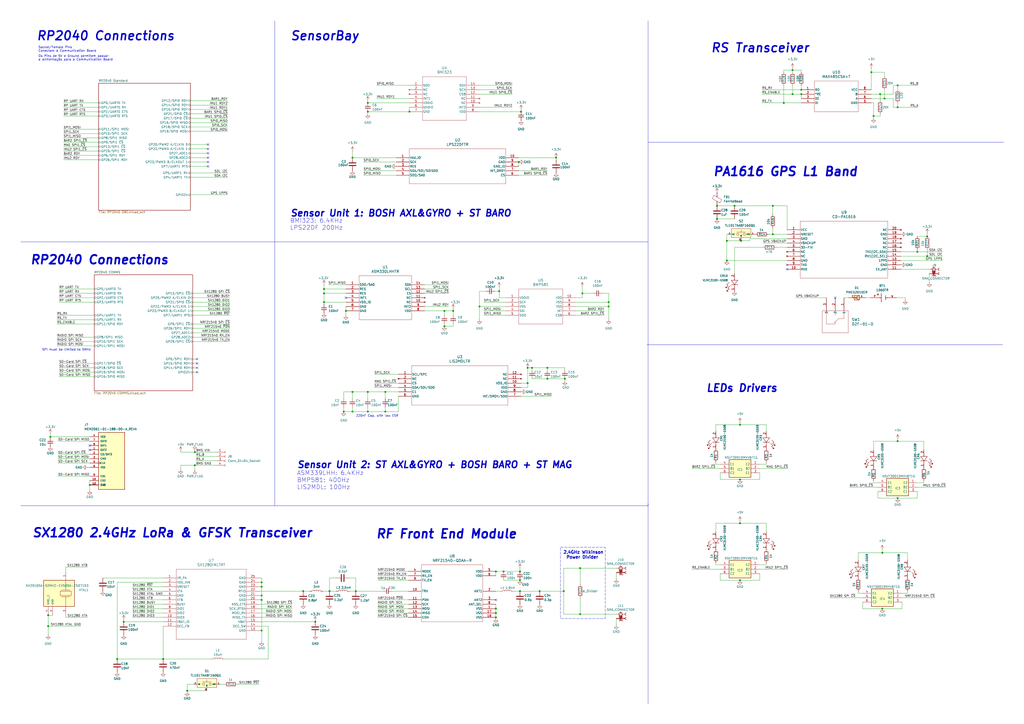
<source format=kicad_sch>
(kicad_sch (version 20231120) (generator "eeschema") (generator_version "8.0")
  (paper "A2")
  (junction (at 336.55 329.565))
  (junction (at 292.1 331.47))
  (junction (at 459.74 54.61))
  (junction (at 287.655 331.47))
  (junction (at 213.36 227.33))
  (junction (at 520.7 62.23))
  (junction (at 306.07 213.36))
  (junction (at 506.73 67.31))
  (junction (at 511.81 320.675))
  (junction (at 300.99 93.98))
  (junction (at 454.66 59.69))
  (junction (at 151.765 365.76))
  (junction (at 113.03 269.875))
  (junction (at 206.375 342.9))
  (junction (at 187.96 175.26))
  (junction (at 336.55 356.235))
  (junction (at 151.765 337.82))
  (junction (at 204.47 91.44))
  (junction (at 289.56 168.91))
  (junction (at 520.7 49.53))
  (junction (at 278.13 177.8))
  (junction (at 187.96 170.18))
  (junction (at 511.81 353.06))
  (junction (at 429.26 303.53))
  (junction (at 182.88 360.68))
  (junction (at 213.36 64.77))
  (junction (at 113.03 262.255))
  (junction (at 421.64 151.13))
  (junction (at 353.06 177.8))
  (junction (at 426.085 119.38))
  (junction (at 448.31 135.89))
  (junction (at 537.845 148.59))
  (junction (at 213.36 59.69))
  (junction (at 505.46 41.91))
  (junction (at 67.945 382.27))
  (junction (at 187.96 167.64))
  (junction (at 317.5 213.36))
  (junction (at 237.49 64.77))
  (junction (at 27.94 356.87))
  (junction (at 27.94 363.22))
  (junction (at 327.66 219.71))
  (junction (at 537.845 137.16))
  (junction (at 306.07 222.25))
  (junction (at 204.47 238.76))
  (junction (at 94.615 382.27))
  (junction (at 199.39 238.76))
  (junction (at 191.135 342.9))
  (junction (at 513.08 57.15))
  (junction (at 308.61 213.36))
  (junction (at 532.13 146.05))
  (junction (at 313.055 342.9))
  (junction (at 223.52 238.76))
  (junction (at 29.21 253.365))
  (junction (at 520.7 288.925))
  (junction (at 421.64 139.7))
  (junction (at 429.895 139.7))
  (junction (at 429.26 278.13))
  (junction (at 317.5 219.71))
  (junction (at 301.625 336.55))
  (junction (at 322.58 91.44))
  (junction (at 287.655 358.14))
  (junction (at 464.82 52.07))
  (junction (at 510.54 54.61))
  (junction (at 213.36 238.76))
  (junction (at 257.81 189.23))
  (junction (at 151.765 345.44))
  (junction (at 204.47 227.33))
  (junction (at 151.765 340.36))
  (junction (at 262.89 180.34))
  (junction (at 257.81 180.34))
  (junction (at 151.765 347.98))
  (junction (at 287.655 355.6))
  (junction (at 448.31 119.38))
  (junction (at 200.66 180.34))
  (junction (at 302.26 64.77))
  (junction (at 337.82 170.18))
  (junction (at 52.07 281.305))
  (junction (at 327.025 342.9))
  (junction (at 429.26 336.55))
  (junction (at 520.7 255.905))
  (junction (at 415.925 119.38))
  (junction (at 301.625 331.47))
  (junction (at 353.06 175.26))
  (junction (at 71.755 360.68))
  (junction (at 175.895 342.9))
  (junction (at 459.74 40.64))
  (junction (at 223.52 227.33))
  (junction (at 108.585 400.685))
  (junction (at 301.625 342.9))
  (junction (at 287.655 353.06))
  (junction (at 429.26 246.38))
  (junction (at 464.82 54.61))
  (junction (at 415.925 127))
  (no_connect (at 52.07 260.985))
  (no_connect (at 120.65 91.44))
  (no_connect (at 114.3 213.36))
  (no_connect (at 114.3 215.9))
  (no_connect (at 120.65 88.9))
  (no_connect (at 200.66 172.72))
  (no_connect (at 120.65 86.36))
  (no_connect (at 120.65 96.52))
  (no_connect (at 484.505 172.72))
  (no_connect (at 52.07 258.445))
  (no_connect (at 456.565 156.21))
  (no_connect (at 114.3 210.82))
  (no_connect (at 114.3 208.28))
  (no_connect (at 287.655 347.98))
  (no_connect (at 456.565 153.67))
  (no_connect (at 120.65 93.98))
  (no_connect (at 120.65 83.82))
  (wire (pts (xy 54.61 215.9) (xy 34.29 215.9)))
  (wire (pts (xy 520.7 59.69) (xy 520.7 62.23)))
  (wire (pts (xy 520.7 62.23) (xy 532.765 62.23)))
  (wire (pts (xy 175.895 342.9) (xy 179.705 342.9)))
  (wire (pts (xy 246.38 180.34) (xy 257.81 180.34)))
  (wire (pts (xy 513.08 41.91) (xy 505.46 41.91)))
  (wire (pts (xy 349.25 170.18) (xy 353.06 170.18)))
  (wire (pts (xy 110.49 102.87) (xy 132.08 102.87)))
  (wire (pts (xy 308.61 213.36) (xy 308.61 214.63)))
  (wire (pts (xy 509.27 282.575) (xy 492.76 282.575)))
  (wire (pts (xy 429.26 246.38) (xy 444.5 246.38)))
  (wire (pts (xy 280.67 182.88) (xy 293.37 182.88)))
  (wire (pts (xy 150.495 347.98) (xy 151.765 347.98)))
  (wire (pts (xy 111.76 182.88) (xy 133.35 182.88)))
  (wire (pts (xy 76.835 340.36) (xy 94.615 340.36)))
  (wire (pts (xy 36.83 85.09) (xy 57.15 85.09)))
  (wire (pts (xy 54.61 170.18) (xy 34.29 170.18)))
  (wire (pts (xy 29.21 253.365) (xy 29.21 254)))
  (wire (pts (xy 300.99 101.6) (xy 317.5 101.6)))
  (wire (pts (xy 523.24 353.06) (xy 523.24 349.25)))
  (wire (pts (xy 287.02 168.91) (xy 289.56 168.91)))
  (wire (pts (xy 520.7 255.905) (xy 535.94 255.905)))
  (wire (pts (xy 151.765 347.98) (xy 151.765 365.76)))
  (wire (pts (xy 278.13 52.07) (xy 297.18 52.07)))
  (wire (pts (xy 421.64 151.13) (xy 456.565 151.13)))
  (polyline (pts (xy 12.065 293.37) (xy 159.385 293.37)))
  (wire (pts (xy 415.29 269.24) (xy 417.83 269.24)))
  (wire (pts (xy 287.655 331.47) (xy 292.1 331.47)))
  (wire (pts (xy 401.32 330.2) (xy 417.83 330.2)))
  (wire (pts (xy 292.1 336.55) (xy 301.625 336.55)))
  (wire (pts (xy 199.39 238.76) (xy 204.47 238.76)))
  (wire (pts (xy 532.13 146.05) (xy 522.605 146.05)))
  (wire (pts (xy 441.96 59.69) (xy 454.66 59.69)))
  (wire (pts (xy 526.415 344.17) (xy 523.24 344.17)))
  (wire (pts (xy 229.87 99.06) (xy 210.82 99.06)))
  (wire (pts (xy 54.61 185.42) (xy 33.02 185.42)))
  (wire (pts (xy 429.26 278.13) (xy 440.69 278.13)))
  (wire (pts (xy 526.415 320.675) (xy 526.415 325.12)))
  (wire (pts (xy 497.84 342.9) (xy 497.84 344.17)))
  (wire (pts (xy 38.1 328.93) (xy 50.8 328.93)))
  (wire (pts (xy 76.835 350.52) (xy 94.615 350.52)))
  (wire (pts (xy 337.82 170.18) (xy 337.82 172.72)))
  (wire (pts (xy 509.27 285.115) (xy 509.27 288.925)))
  (wire (pts (xy 151.765 340.36) (xy 151.765 345.44)))
  (wire (pts (xy 526.415 342.9) (xy 526.415 344.17)))
  (wire (pts (xy 155.575 363.22) (xy 155.575 382.27)))
  (wire (pts (xy 327.025 329.565) (xy 327.025 342.9)))
  (wire (pts (xy 150.495 345.44) (xy 151.765 345.44)))
  (wire (pts (xy 150.495 350.52) (xy 169.545 350.52)))
  (polyline (pts (xy 159.385 293.37) (xy 375.92 293.37)))
  (wire (pts (xy 357.505 332.105) (xy 357.505 335.915)))
  (wire (pts (xy 150.495 355.6) (xy 169.545 355.6)))
  (wire (pts (xy 204.47 236.22) (xy 204.47 238.76)))
  (wire (pts (xy 278.13 177.8) (xy 293.37 177.8)))
  (wire (pts (xy 246.38 167.64) (xy 260.35 167.64)))
  (wire (pts (xy 505.46 57.15) (xy 513.08 57.15)))
  (wire (pts (xy 454.66 49.53) (xy 454.66 59.69)))
  (wire (pts (xy 104.775 269.875) (xy 104.775 272.415)))
  (wire (pts (xy 429.26 245.11) (xy 429.26 246.38)))
  (wire (pts (xy 151.765 337.82) (xy 151.765 340.36)))
  (wire (pts (xy 287.655 358.14) (xy 287.655 358.775)))
  (wire (pts (xy 67.945 337.82) (xy 94.615 337.82)))
  (wire (pts (xy 421.64 135.89) (xy 421.64 139.7)))
  (wire (pts (xy 497.84 344.17) (xy 500.38 344.17)))
  (wire (pts (xy 76.835 345.44) (xy 94.615 345.44)))
  (wire (pts (xy 301.625 329.565) (xy 301.625 331.47)))
  (wire (pts (xy 317.5 214.63) (xy 317.5 213.36)))
  (wire (pts (xy 219.075 353.06) (xy 236.855 353.06)))
  (wire (pts (xy 429.26 336.55) (xy 440.69 336.55)))
  (wire (pts (xy 300.99 99.06) (xy 317.5 99.06)))
  (wire (pts (xy 29.21 251.46) (xy 29.21 253.365)))
  (wire (pts (xy 506.73 59.69) (xy 506.73 67.31)))
  (wire (pts (xy 510.54 67.31) (xy 510.54 66.04)))
  (wire (pts (xy 461.645 172.72) (xy 479.425 172.72)))
  (wire (pts (xy 520.065 172.72) (xy 525.145 172.72)))
  (wire (pts (xy 204.47 238.76) (xy 213.36 238.76)))
  (wire (pts (xy 108.585 400.685) (xy 120.015 400.685)))
  (wire (pts (xy 505.46 41.91) (xy 505.46 52.07)))
  (wire (pts (xy 456.565 133.35) (xy 456.565 119.38)))
  (wire (pts (xy 511.81 320.675) (xy 526.415 320.675)))
  (wire (pts (xy 52.07 281.305) (xy 52.07 284.48)))
  (wire (pts (xy 33.02 195.58) (xy 54.61 195.58)))
  (wire (pts (xy 54.61 210.82) (xy 34.29 210.82)))
  (wire (pts (xy 187.96 175.26) (xy 200.66 175.26)))
  (wire (pts (xy 489.585 172.72) (xy 492.125 172.72)))
  (wire (pts (xy 336.55 356.235) (xy 357.505 356.235)))
  (wire (pts (xy 444.5 267.97) (xy 444.5 269.24)))
  (wire (pts (xy 202.565 342.9) (xy 206.375 342.9)))
  (wire (pts (xy 223.52 227.33) (xy 223.52 231.14)))
  (wire (pts (xy 111.76 172.72) (xy 133.35 172.72)))
  (wire (pts (xy 415.925 127) (xy 426.085 127)))
  (wire (pts (xy 300.99 91.44) (xy 322.58 91.44)))
  (wire (pts (xy 505.46 59.69) (xy 506.73 59.69)))
  (wire (pts (xy 187.96 170.18) (xy 187.96 175.26)))
  (wire (pts (xy 417.83 332.74) (xy 417.83 336.55)))
  (wire (pts (xy 417.83 278.13) (xy 429.26 278.13)))
  (wire (pts (xy 518.16 62.23) (xy 520.7 62.23)))
  (wire (pts (xy 191.135 342.9) (xy 194.945 342.9)))
  (wire (pts (xy 280.67 180.34) (xy 293.37 180.34)))
  (wire (pts (xy 454.66 59.69) (xy 464.82 59.69)))
  (wire (pts (xy 278.13 168.91) (xy 278.13 177.8)))
  (wire (pts (xy 150.495 360.68) (xy 182.88 360.68)))
  (wire (pts (xy 187.96 175.26) (xy 187.96 176.53)))
  (wire (pts (xy 204.47 227.33) (xy 213.36 227.33)))
  (wire (pts (xy 415.29 326.39) (xy 415.29 327.66)))
  (wire (pts (xy 33.655 266.065) (xy 52.07 266.065)))
  (wire (pts (xy 227.33 342.9) (xy 236.855 342.9)))
  (wire (pts (xy 535.94 255.905) (xy 535.94 260.985)))
  (wire (pts (xy 52.07 281.305) (xy 52.07 278.765)))
  (wire (pts (xy 505.46 39.37) (xy 505.46 41.91)))
  (wire (pts (xy 441.96 54.61) (xy 459.74 54.61)))
  (wire (pts (xy 426.085 143.51) (xy 442.595 143.51)))
  (wire (pts (xy 219.075 358.14) (xy 236.855 358.14)))
  (wire (pts (xy 434.975 139.7) (xy 429.895 139.7)))
  (wire (pts (xy 336.55 329.565) (xy 336.55 339.09)))
  (wire (pts (xy 71.755 360.68) (xy 94.615 360.68)))
  (polyline (pts (xy 375.92 82.55) (xy 582.295 82.55)))
  (wire (pts (xy 415.29 267.97) (xy 415.29 269.24)))
  (wire (pts (xy 306.07 213.36) (xy 306.07 222.25)))
  (wire (pts (xy 199.39 227.33) (xy 199.39 231.14)))
  (wire (pts (xy 246.38 170.18) (xy 260.35 170.18)))
  (wire (pts (xy 278.13 168.91) (xy 281.94 168.91)))
  (wire (pts (xy 459.74 40.64) (xy 459.74 39.37)))
  (wire (pts (xy 110.49 71.12) (xy 132.08 71.12)))
  (wire (pts (xy 457.2 271.78) (xy 440.69 271.78)))
  (wire (pts (xy 522.605 151.13) (xy 546.735 151.13)))
  (wire (pts (xy 417.83 336.55) (xy 429.26 336.55)))
  (wire (pts (xy 199.39 236.22) (xy 199.39 238.76)))
  (wire (pts (xy 133.35 198.12) (xy 111.76 198.12)))
  (wire (pts (xy 110.49 113.03) (xy 132.08 113.03)))
  (wire (pts (xy 217.17 217.17) (xy 231.14 217.17)))
  (wire (pts (xy 459.74 54.61) (xy 464.82 54.61)))
  (wire (pts (xy 231.14 238.76) (xy 231.14 229.87)))
  (wire (pts (xy 150.495 342.9) (xy 175.895 342.9)))
  (wire (pts (xy 440.69 336.55) (xy 440.69 332.74)))
  (wire (pts (xy 444.5 326.39) (xy 444.5 327.66)))
  (wire (pts (xy 421.64 139.7) (xy 421.64 151.13)))
  (wire (pts (xy 448.31 135.89) (xy 456.565 135.89)))
  (wire (pts (xy 202.565 335.28) (xy 206.375 335.28)))
  (wire (pts (xy 182.88 360.68) (xy 182.88 360.045)))
  (wire (pts (xy 223.52 236.22) (xy 223.52 238.76)))
  (wire (pts (xy 67.945 382.27) (xy 94.615 382.27)))
  (wire (pts (xy 417.83 274.32) (xy 417.83 278.13)))
  (wire (pts (xy 151.765 335.28) (xy 151.765 337.82)))
  (wire (pts (xy 444.5 303.53) (xy 444.5 308.61)))
  (wire (pts (xy 500.38 346.71) (xy 481.33 346.71)))
  (wire (pts (xy 104.775 269.875) (xy 113.03 269.875)))
  (wire (pts (xy 213.36 227.33) (xy 213.36 231.14)))
  (wire (pts (xy 306.07 222.25) (xy 306.07 224.79)))
  (wire (pts (xy 200.66 180.34) (xy 200.66 182.88)))
  (wire (pts (xy 204.47 227.33) (xy 204.47 231.14)))
  (wire (pts (xy 218.44 57.15) (xy 237.49 57.15)))
  (wire (pts (xy 518.16 49.53) (xy 520.7 49.53)))
  (wire (pts (xy 150.495 340.36) (xy 151.765 340.36)))
  (wire (pts (xy 287.655 350.52) (xy 287.655 353.06)))
  (wire (pts (xy 110.49 88.9) (xy 120.65 88.9)))
  (wire (pts (xy 287.655 331.47) (xy 287.655 334.01)))
  (wire (pts (xy 506.73 67.31) (xy 510.54 67.31)))
  (wire (pts (xy 429.895 139.7) (xy 421.64 139.7)))
  (wire (pts (xy 444.5 246.38) (xy 444.5 250.19)))
  (wire (pts (xy 262.89 179.07) (xy 262.89 180.34)))
  (wire (pts (xy 497.84 325.12) (xy 497.84 320.675)))
  (wire (pts (xy 327.025 356.235) (xy 336.55 356.235)))
  (wire (pts (xy 434.975 138.43) (xy 456.565 138.43)))
  (wire (pts (xy 187.96 167.64) (xy 200.66 167.64)))
  (wire (pts (xy 327.66 220.98) (xy 327.66 219.71)))
  (wire (pts (xy 336.55 346.71) (xy 336.55 356.235)))
  (wire (pts (xy 213.36 64.77) (xy 237.49 64.77)))
  (wire (pts (xy 111.76 208.28) (xy 114.3 208.28)))
  (wire (pts (xy 287.655 342.9) (xy 290.195 342.9)))
  (polyline (pts (xy 159.385 12.065) (xy 159.385 293.37)))
  (wire (pts (xy 415.29 308.61) (xy 415.29 303.53)))
  (wire (pts (xy 353.06 170.18) (xy 353.06 175.26)))
  (wire (pts (xy 151.765 365.76) (xy 151.765 372.11)))
  (wire (pts (xy 76.835 358.14) (xy 94.615 358.14)))
  (wire (pts (xy 257.81 187.96) (xy 257.81 189.23)))
  (wire (pts (xy 94.615 382.27) (xy 94.615 363.22)))
  (wire (pts (xy 262.89 180.34) (xy 262.89 182.88)))
  (wire (pts (xy 525.145 172.72) (xy 525.145 173.99)))
  (wire (pts (xy 457.2 330.2) (xy 440.69 330.2)))
  (wire (pts (xy 511.81 353.06) (xy 523.24 353.06)))
  (wire (pts (xy 36.83 74.93) (xy 57.15 74.93)))
  (wire (pts (xy 297.815 342.9) (xy 301.625 342.9)))
  (wire (pts (xy 308.61 219.71) (xy 317.5 219.71)))
  (wire (pts (xy 278.13 177.8) (xy 278.13 185.42)))
  (wire (pts (xy 110.49 93.98) (xy 120.65 93.98)))
  (wire (pts (xy 441.96 52.07) (xy 464.82 52.07)))
  (wire (pts (xy 76.835 353.06) (xy 94.615 353.06)))
  (wire (pts (xy 76.835 342.9) (xy 94.615 342.9)))
  (wire (pts (xy 464.82 54.61) (xy 464.82 57.15)))
  (wire (pts (xy 54.61 213.36) (xy 34.29 213.36)))
  (wire (pts (xy 513.08 44.45) (xy 513.08 41.91)))
  (wire (pts (xy 33.02 200.66) (xy 54.61 200.66)))
  (wire (pts (xy 522.605 148.59) (xy 537.845 148.59)))
  (wire (pts (xy 113.03 272.415) (xy 113.03 269.875)))
  (wire (pts (xy 217.17 222.25) (xy 231.14 222.25)))
  (wire (pts (xy 322.58 91.44) (xy 322.58 92.71)))
  (wire (pts (xy 33.655 255.905) (xy 52.07 255.905)))
  (wire (pts (xy 187.325 342.9) (xy 191.135 342.9)))
  (wire (pts (xy 497.84 320.675) (xy 511.81 320.675)))
  (wire (pts (xy 334.01 180.34) (xy 350.52 180.34)))
  (wire (pts (xy 150.495 363.22) (xy 155.575 363.22)))
  (wire (pts (xy 191.135 335.28) (xy 194.945 335.28)))
  (wire (pts (xy 535.94 280.035) (xy 532.13 280.035)))
  (wire (pts (xy 302.26 63.5) (xy 302.26 64.77)))
  (wire (pts (xy 532.13 288.925) (xy 532.13 285.115)))
  (wire (pts (xy 506.73 260.985) (xy 506.73 255.905)))
  (wire (pts (xy 520.7 49.53) (xy 520.7 52.07)))
  (wire (pts (xy 415.29 327.66) (xy 417.83 327.66)))
  (wire (pts (xy 500.38 349.25) (xy 500.38 353.06)))
  (wire (pts (xy 110.49 58.42) (xy 132.08 58.42)))
  (wire (pts (xy 278.13 64.77) (xy 302.26 64.77)))
  (wire (pts (xy 133.35 193.04) (xy 111.76 193.04)))
  (wire (pts (xy 513.08 52.07) (xy 513.08 57.15)))
  (wire (pts (xy 415.29 246.38) (xy 429.26 246.38)))
  (wire (pts (xy 133.35 187.96) (xy 111.76 187.96)))
  (wire (pts (xy 246.38 177.8) (xy 260.35 177.8)))
  (wire (pts (xy 218.44 49.53) (xy 237.49 49.53)))
  (wire (pts (xy 108.585 400.685) (xy 108.585 396.875)))
  (wire (pts (xy 532.13 137.16) (xy 537.845 137.16)))
  (wire (pts (xy 415.29 303.53) (xy 429.26 303.53)))
  (polyline (pts (xy 375.92 293.37) (xy 375.92 292.1)))
  (wire (pts (xy 289.56 168.91) (xy 289.56 172.72)))
  (wire (pts (xy 459.74 49.53) (xy 459.74 54.61)))
  (wire (pts (xy 287.655 355.6) (xy 287.655 358.14)))
  (wire (pts (xy 110.49 96.52) (xy 120.65 96.52)))
  (wire (pts (xy 454.66 40.64) (xy 459.74 40.64)))
  (wire (pts (xy 357.505 358.775) (xy 357.505 362.585)))
  (wire (pts (xy 440.69 278.13) (xy 440.69 274.32)))
  (wire (pts (xy 199.39 227.33) (xy 204.47 227.33)))
  (wire (pts (xy 532.13 144.78) (xy 532.13 146.05)))
  (wire (pts (xy 229.87 101.6) (xy 210.82 101.6)))
  (wire (pts (xy 426.085 143.51) (xy 426.085 158.75)))
  (wire (pts (xy 111.76 180.34) (xy 133.35 180.34)))
  (wire (pts (xy 442.595 140.97) (xy 456.565 140.97)))
  (wire (pts (xy 113.03 261.62) (xy 113.03 262.255)))
  (wire (pts (xy 108.585 401.32) (xy 108.585 400.685)))
  (wire (pts (xy 444.5 327.66) (xy 440.69 327.66)))
  (wire (pts (xy 308.61 213.36) (xy 317.5 213.36)))
  (wire (pts (xy 76.835 355.6) (xy 94.615 355.6)))
  (wire (pts (xy 29.21 253.365) (xy 52.07 253.365)))
  (wire (pts (xy 33.655 263.525) (xy 52.07 263.525)))
  (wire (pts (xy 246.38 165.1) (xy 260.35 165.1)))
  (wire (pts (xy 289.56 166.37) (xy 289.56 168.91)))
  (wire (pts (xy 415.29 250.19) (xy 415.29 246.38)))
  (wire (pts (xy 434.975 138.43) (xy 434.975 139.7)))
  (wire (pts (xy 127.635 396.875) (xy 130.175 396.875)))
  (wire (pts (xy 27.94 363.22) (xy 46.99 363.22)))
  (wire (pts (xy 327.025 329.565) (xy 336.55 329.565)))
  (wire (pts (xy 50.8 271.145) (xy 52.07 271.145)))
  (wire (pts (xy 38.1 356.87) (xy 38.1 358.14)))
  (wire (pts (xy 542.29 346.71) (xy 523.24 346.71)))
  (wire (pts (xy 505.46 54.61) (xy 510.54 54.61)))
  (wire (pts (xy 108.585 396.875) (xy 112.395 396.875)))
  (wire (pts (xy 187.96 167.64) (xy 187.96 170.18)))
  (wire (pts (xy 137.795 396.875) (xy 150.495 396.875)))
  (wire (pts (xy 57.15 59.69) (xy 36.83 59.69)))
  (wire (pts (xy 459.74 40.64) (xy 459.74 41.91)))
  (wire (pts (xy 133.35 170.18) (xy 111.76 170.18)))
  (wire (pts (xy 36.83 77.47) (xy 57.15 77.47)))
  (wire (pts (xy 532.13 146.05) (xy 546.735 146.05)))
  (wire (pts (xy 237.49 62.23) (xy 237.49 64.77)))
  (wire (pts (xy 278.13 49.53) (xy 297.18 49.53)))
  (wire (pts (xy 57.15 67.31) (xy 36.83 67.31)))
  (wire (pts (xy 213.36 58.42) (xy 213.36 59.69)))
  (wire (pts (xy 300.99 93.98) (xy 300.99 96.52)))
  (wire (pts (xy 334.01 172.72) (xy 337.82 172.72)))
  (wire (pts (xy 317.5 219.71) (xy 327.66 219.71)))
  (wire (pts (xy 278.13 62.23) (xy 297.18 62.23)))
  (wire (pts (xy 535.94 278.765) (xy 535.94 280.035)))
  (wire (pts (xy 548.64 282.575) (xy 532.13 282.575)))
  (wire (pts (xy 76.835 347.98) (xy 94.615 347.98)))
  (wire (pts (xy 54.61 187.96) (xy 33.02 187.96)))
  (wire (pts (xy 306.07 222.25) (xy 302.26 222.25)))
  (polyline (pts (xy 160.655 140.335) (xy 375.92 140.335)))
  (wire (pts (xy 111.76 210.82) (xy 114.3 210.82)))
  (wire (pts (xy 448.31 132.08) (xy 448.31 135.89)))
  (wire (pts (xy 444.5 269.24) (xy 440.69 269.24)))
  (wire (pts (xy 150.495 353.06) (xy 169.545 353.06)))
  (wire (pts (xy 334.01 182.88) (xy 350.52 182.88)))
  (wire (pts (xy 57.15 62.23) (xy 36.83 62.23)))
  (wire (pts (xy 71.755 359.41) (xy 71.755 360.68)))
  (wire (pts (xy 445.77 135.89) (xy 448.31 135.89)))
  (wire (pts (xy 257.81 180.34) (xy 257.81 182.88)))
  (wire (pts (xy 464.82 41.91) (xy 464.82 40.64)))
  (wire (pts (xy 187.96 170.18) (xy 200.66 170.18)))
  (wire (pts (xy 223.52 238.76) (xy 231.14 238.76)))
  (wire (pts (xy 448.31 119.38) (xy 456.565 119.38)))
  (wire (pts (xy 27.94 356.87) (xy 27.94 363.22)))
  (wire (pts (xy 219.075 355.6) (xy 236.855 355.6)))
  (wire (pts (xy 289.56 172.72) (xy 293.37 172.72)))
  (wire (pts (xy 190.5 165.1) (xy 200.66 165.1)))
  (wire (pts (xy 200.66 177.8) (xy 200.66 180.34)))
  (wire (pts (xy 302.26 229.87) (xy 320.04 229.87)))
  (wire (pts (xy 518.16 54.61) (xy 518.16 49.53)))
  (wire (pts (xy 219.075 331.47) (xy 236.855 331.47)))
  (wire (pts (xy 206.375 342.9) (xy 222.25 342.9)))
  (wire (pts (xy 327.025 342.9) (xy 327.025 356.235)))
  (wire (pts (xy 219.075 347.98) (xy 236.855 347.98)))
  (wire (pts (xy 334.01 175.26) (xy 353.06 175.26)))
  (wire (pts (xy 506.73 278.765) (xy 506.73 280.035)))
  (wire (pts (xy 518.16 57.15) (xy 518.16 62.23)))
  (wire (pts (xy 513.08 57.15) (xy 518.16 57.15)))
  (wire (pts (xy 313.055 342.9) (xy 327.025 342.9)))
  (wire (pts (xy 454.66 41.91) (xy 454.66 40.64)))
  (wire (pts (xy 337.82 166.37) (xy 337.82 170.18)))
  (wire (pts (xy 306.07 224.79) (xy 302.26 224.79)))
  (wire (pts (xy 450.215 143.51) (xy 456.565 143.51)))
  (wire (pts (xy 219.075 350.52) (xy 236.855 350.52)))
  (wire (pts (xy 111.76 213.36) (xy 114.3 213.36)))
  (wire (pts (xy 520.7 49.53) (xy 532.765 49.53)))
  (wire (pts (xy 150.495 335.28) (xy 151.765 335.28)))
  (wire (pts (xy 33.655 276.225) (xy 52.07 276.225)))
  (wire (pts (xy 113.03 269.875) (xy 125.73 269.875)))
  (wire (pts (xy 353.06 175.26) (xy 353.06 177.8)))
  (wire (pts (xy 133.35 195.58) (xy 111.76 195.58)))
  (wire (pts (xy 111.76 175.26) (xy 133.35 175.26)))
  (wire (pts (xy 415.925 119.38) (xy 426.085 119.38)))
  (wire (pts (xy 113.665 267.335) (xy 125.73 267.335)))
  (wire (pts (xy 459.74 40.64) (xy 464.82 40.64)))
  (wire (pts (xy 262.89 189.23) (xy 257.81 189.23)))
  (wire (pts (xy 509.27 288.925) (xy 520.7 288.925)))
  (wire (pts (xy 537.845 135.255) (xy 537.845 137.16)))
  (wire (pts (xy 337.82 170.18) (xy 344.17 170.18)))
  (wire (pts (xy 500.38 353.06) (xy 511.81 353.06)))
  (wire (pts (xy 54.61 167.64) (xy 34.29 167.64)))
  (wire (pts (xy 151.765 345.44) (xy 151.765 347.98)))
  (wire (pts (xy 130.175 382.27) (xy 155.575 382.27)))
  (wire (pts (xy 33.655 268.605) (xy 52.07 268.605)))
  (wire (pts (xy 110.49 73.66) (xy 132.08 73.66)))
  (wire (pts (xy 537.845 148.59) (xy 537.845 144.78)))
  (wire (pts (xy 110.49 66.04) (xy 132.08 66.04)))
  (wire (pts (xy 448.31 119.38) (xy 448.31 124.46)))
  (wire (pts (xy 110.49 83.82) (xy 120.65 83.82)))
  (wire (pts (xy 104.775 261.62) (xy 104.775 262.255)))
  (wire (pts (xy 54.61 218.44) (xy 34.29 218.44)))
  (wire (pts (xy 292.1 331.47) (xy 301.625 331.47)))
  (wire (pts (xy 506.73 67.31) (xy 506.73 68.58)))
  (wire (pts (xy 520.7 288.925) (xy 532.13 288.925)))
  (wire (pts (xy 426.085 119.38) (xy 448.31 119.38)))
  (wire (pts (xy 133.35 190.5) (xy 111.76 190.5)))
  (wire (pts (xy 520.7 254.635) (xy 520.7 255.905)))
  (wire (pts (xy 213.36 66.04) (xy 213.36 64.77)))
  (wire (pts (xy 317.5 213.36) (xy 327.66 213.36)))
  (wire (pts (xy 421.64 135.89) (xy 422.275 135.89)))
  (wire (pts (xy 506.73 255.905) (xy 520.7 255.905)))
  (wire (pts (xy 206.375 335.28) (xy 206.375 342.9)))
  (wire (pts (xy 510.54 54.61) (xy 518.16 54.61)))
  (wire (pts (xy 506.73 280.035) (xy 509.27 280.035)))
  (polyline (pts (xy 375.285 200.025) (xy 581.66 200.025)))
  (wire (pts (xy 204.47 87.63) (xy 204.47 91.44)))
  (wire (pts (xy 54.61 172.72) (xy 34.29 172.72)))
  (wire (pts (xy 36.83 82.55) (xy 57.15 82.55)))
  (wire (pts (xy 210.82 93.98) (xy 229.87 93.98)))
  (wire (pts (xy 437.515 135.89) (xy 438.15 135.89)))
  (wire (pts (xy 110.49 60.96) (xy 132.08 60.96)))
  (wire (pts (xy 213.36 227.33) (xy 223.52 227.33)))
  (wire (pts (xy 522.605 156.21) (xy 539.115 156.21)))
  (wire (pts (xy 510.54 54.61) (xy 510.54 58.42)))
  (polyline (pts (xy 12.065 140.335) (xy 160.655 140.335)))
  (wire (pts (xy 464.82 49.53) (xy 464.82 52.07)))
  (wire (pts (xy 54.61 182.88) (xy 33.02 182.88)))
  (wire (pts (xy 229.87 91.44) (xy 204.47 91.44)))
  (wire (pts (xy 537.845 148.59) (xy 546.735 148.59)))
  (wire (pts (xy 122.555 382.27) (xy 94.615 382.27)))
  (wire (pts (xy 27.94 363.22) (xy 27.94 368.3)))
  (wire (pts (xy 111.76 215.9) (xy 114.3 215.9)))
  (wire (pts (xy 111.76 177.8) (xy 133.35 177.8)))
  (wire (pts (xy 336.55 329.565) (xy 357.505 329.565)))
  (wire (pts (xy 213.36 236.22) (xy 213.36 238.76)))
  (wire (pts (xy 38.1 331.47) (xy 38.1 328.93)))
  (wire (pts (xy 187.96 165.1) (xy 187.96 167.64)))
  (wire (pts (xy 334.01 177.8) (xy 353.06 177.8)))
  (wire (pts (xy 150.495 365.76) (xy 151.765 365.76)))
  (wire (pts (xy 219.075 334.01) (xy 236.855 334.01)))
  (wire (pts (xy 36.83 87.63) (xy 57.15 87.63)))
  (wire (pts (xy 57.15 64.77) (xy 36.83 64.77)))
  (wire (pts (xy 280.67 175.26) (xy 293.37 175.26)))
  (wire (pts (xy 59.69 335.28) (xy 94.615 335.28)))
  (wire (pts (xy 113.03 262.255) (xy 125.73 262.255)))
  (wire (pts (xy 67.945 337.82) (xy 67.945 382.27)))
  (wire (pts (xy 539.115 158.75) (xy 539.115 163.83)))
  (wire (pts (xy 54.61 175.26) (xy 34.29 175.26)))
  (polyline (pts (xy 375.92 12.065) (xy 375.92 408.305)))
  (wire (pts (xy 27.94 356.87) (xy 30.48 356.87)))
  (wire (pts (xy 217.17 224.79) (xy 231.14 224.79)))
  (wire (pts (xy 262.89 187.96) (xy 262.89 189.23)))
  (wire (pts (xy 223.52 227.33) (xy 231.14 227.33)))
  (wire (pts (xy 213.36 59.69) (xy 237.49 59.69)))
  (wire (pts (xy 150.495 358.14) (xy 169.545 358.14)))
  (wire (pts (xy 306.07 213.36) (xy 308.61 213.36)))
  (wire (pts (xy 36.83 80.01) (xy 57.15 80.01)))
  (wire (pts (xy 327.66 214.63) (xy 327.66 213.36)))
  (wire (pts (xy 301.625 342.9) (xy 313.055 342.9)))
  (wire (pts (xy 113.665 264.795) (xy 125.73 264.795)))
  (wire (pts (xy 110.49 86.36) (xy 120.65 86.36)))
  (wire (pts (xy 417.83 271.78) (xy 401.32 271.78)))
  (wire (pts (xy 287.655 353.06) (xy 287.655 355.6)))
  (wire (pts (xy 191.135 342.9) (xy 191.135 335.28)))
  (wire (pts (xy 110.49 63.5) (xy 132.08 63.5)))
  (wire (pts (xy 36.83 90.17) (xy 57.15 90.17)))
  (wire (pts (xy 219.075 336.55) (xy 236.855 336.55)))
  (wire (pts (xy 278.13 54.61) (xy 297.18 54.61)))
  (wire (pts (xy 429.26 302.26) (xy 429.26 303.53)))
  (wire (pts (xy 110.49 68.58) (xy 132.08 68.58)))
  (wire (pts (xy 502.285 172.72) (xy 504.825 172.72)))
  (wire (pts (xy 257.81 180.34) (xy 262.89 180.34)))
  (wire (pts (xy 38.1 358.14) (xy 50.8 358.14)))
  (wire (pts (xy 429.26 303.53) (xy 444.5 303.53)))
  (wire (pts (xy 353.06 185.42) (xy 353.06 177.8)))
  (wire (pts (xy 511.81 318.77) (xy 511.81 320.675)))
  (wire (pts (xy 104.775 262.255) (xy 113.03 262.255)))
  (wire (pts (xy 110.49 100.33) (xy 132.08 100.33)))
  (wire (pts (xy 150.495 337.82) (xy 151.765 337.82)))
  (wire (pts (xy 110.49 91.44) (xy 120.65 91.44)))
  (wire (pts (xy 213.36 238.76) (xy 223.52 238.76)))
  (wire (pts (xy 36.83 92.71) (xy 57.15 92.71)))
  (wire (pts (xy 33.02 198.12) (xy 54.61 198.12)))
  (wire (pts (xy 110.49 76.2) (xy 132.08 76.2)))
  (rectangle (start 325.12 317.5) (end 351.155 358.775) (stroke (width 0) (type dash)))
  (text "SPI must be limited to 5MHz" (at 38.608 202.946 0) (effects (font (size 1.27 1.27))))
  (text "ASM339LHH: 6.4KHz\nBMP581: 400Hz\nLIS2MDL: 100Hz" (at 172.212 278.638 0) (effects (font (size 2.54 2.54)) (justify left)))
  (text "RS Transceiver" (at 412.115 27.94 0) (effects (font (size 5.08 5.08) (thickness 0.8636) (bold yes) (italic yes)) (justify left)))
  (text "LEDs Drivers" (at 409.448 225.298 0) (effects (font (size 4.318 4.318) (thickness 0.8636) (bold yes) (italic yes)) (justify left)))
  (text "2.4GHz Wilkinson\nPower Divider " (at 338.455 321.945 0) (effects (font (size 1.778 1.778) (thickness 0.3556) (bold yes))))
  (text "RP2040 Connections" (at 20.955 20.955 0) (effects (font (size 5.08 5.08) (thickness 0.8636) (bold yes) (italic yes)) (justify left)))
  (text "Os Pins de 5V e Ground permitem passar \na alimentação para a Communication Board" (at 22.225 33.655 0) (effects (font (size 1.27 1.27)) (justify left)))
  (text "PA1616 GPS L1 Band" (at 413.385 99.695 0) (effects (font (size 5.08 5.08) (thickness 1.016) (bold yes) (italic yes)) (justify left)))
  (text "RP2040 Connections" (at 17.272 150.876 0) (effects (font (size 5.08 5.08) (thickness 1.016) (bold yes) (italic yes)) (justify left)))
  (text "Sensor Unit 2: ST AXL&GYRO + BOSH BARO + ST MAG " (at 172.212 269.748 0) (effects (font (size 3.81 3.81) (thickness 0.762) (bold yes) (italic yes)) (justify left)))
  (text "SX1280 2.4GHz LoRa & GFSK Transceiver" (at 18.415 309.245 0) (effects (font (size 5.08 5.08) (thickness 1.016) (bold yes) (italic yes)) (justify left)))
  (text "RF Front End Module" (at 217.805 309.88 0) (effects (font (size 5.08 5.08) (thickness 1.016) (bold yes) (italic yes)) (justify left)))
  (text "SensorBay" (at 168.275 20.955 0) (effects (font (size 5.08 5.08) (thickness 0.8636) (bold yes) (italic yes)) (justify left)))
  (text "Sensor Unit 1: BOSH AXL&GYRO + ST BARO" (at 168.275 123.825 0) (effects (font (size 3.81 3.81) (thickness 0.762) (bold yes) (italic yes)) (justify left)))
  (text "220nF Cap, with low ESR" (at 231.14 241.3 0) (effects (font (size 1.27 1.27)) (justify right)))
  (text "BMI323: 6.4KHz\nLPS22DF 200Hz" (at 183.515 130.175 0) (effects (font (size 2.54 2.54))))
  (text "Socket/Female Pins\nConectam à Communication Board\n" (at 22.225 28.575 0) (effects (font (size 1.27 1.27)) (justify left)))
  (label "NRF21540 SPI ~{CS}" (at 133.35 187.96 180))
  (label "RADIO SPI MISO" (at 33.02 195.58 0))
  (label "GPS VBACKUP" (at 461.645 172.72 0))
  (label "IMU2 SPI1_~{CS}" (at 36.83 87.63 0))
  (label "RS_TX" (at 441.96 59.69 0))
  (label "SPI1_MOSI" (at 36.83 74.93 0))
  (label "NRF21540 MODE" (at 133.35 193.04 180))
  (label "SD-Card SPI SCK" (at 33.655 268.605 0))
  (label "BAR1_RDY" (at 132.08 58.42 180))
  (label "MAG SPI1_~{CS}" (at 457.2 271.78 180))
  (label "RS_A" (at 113.665 267.335 0))
  (label "BAR1 SPI0_~{CS}" (at 317.5 101.6 180))
  (label "SX1280 XTA" (at 50.8 358.14 180))
  (label "SD-Card SPI SCK" (at 34.29 213.36 0))
  (label "BAR2 SPI1_~{CS}" (at 401.32 271.78 0))
  (label "IMU1 SPI0_~{CS}" (at 132.08 68.58 180))
  (label "RADIO SPI SCK" (at 219.075 350.52 0))
  (label "SPI1_SCK" (at 217.17 217.17 0))
  (label "NRF21540 RX_EN" (at 219.075 334.01 0))
  (label "SDA I2C" (at 546.735 146.05 180))
  (label "RS_B" (at 532.765 49.53 180))
  (label "SPI0_MOSI" (at 210.82 99.06 0))
  (label "SDL I2C" (at 546.735 148.59 180))
  (label "RP UART RTS" (at 34.29 175.26 0))
  (label "RP UART RTS" (at 36.83 67.31 0))
  (label "RADIO SPI SCK" (at 169.545 353.06 180))
  (label "SD-Card SPI ~{CS}" (at 34.29 210.82 0))
  (label "RADIO SPI MISO" (at 169.545 358.14 180))
  (label "SX1280 DIO1" (at 76.835 353.06 0))
  (label "SPI0_MISO" (at 218.44 49.53 0))
  (label "SPI1_MISO" (at 320.04 229.87 180))
  (label "SPI1_SCK" (at 36.83 77.47 0))
  (label "SPI1_MOSI" (at 260.35 165.1 180))
  (label "BAR2 RDY" (at 36.83 90.17 0))
  (label "GPS VBACKUP" (at 442.595 140.97 0))
  (label "IMU2 RDY" (at 36.83 92.71 0))
  (label "SD-Card SPI MOSI" (at 34.29 215.9 0))
  (label "SX1280 XTB" (at 50.8 328.93 180))
  (label "SX1280 DIO2" (at 76.835 355.6 0))
  (label "RP UART RX" (at 34.29 170.18 0))
  (label "MAG SPI1_~{CS}" (at 217.17 222.25 0))
  (label "BAR1 SPI0_~{CS}" (at 132.08 66.04 180))
  (label "RP UART TX" (at 34.29 167.64 0))
  (label "SX1280 ~{RST}" (at 133.35 182.88 180))
  (label "SD-Card SPI ~{CS}" (at 33.655 263.525 0))
  (label "RS_B" (at 113.665 264.795 0))
  (label "SX1280 ~{RST}" (at 150.495 396.875 180))
  (label "IMU1 RDY1" (at 218.44 57.15 0))
  (label "GPS 1PPS" (at 546.735 151.13 180))
  (label "SD-Card SPI MISO" (at 33.655 255.905 0))
  (label "SX1280 ~{RST}" (at 76.835 340.36 0))
  (label "SX1280 SPI ~{CS}" (at 169.545 350.52 180))
  (label "RADIO SPI MOSI" (at 169.545 355.6 180))
  (label "IMU1 SPI0_~{CS}" (at 297.18 54.61 180))
  (label "SX1280 SPI ~{CS}" (at 133.35 170.18 180))
  (label "IMU2 RDY" (at 260.35 177.8 180))
  (label "RS_ENABLE" (at 401.32 330.2 0))
  (label "BMS GND" (at 113.665 269.875 0))
  (label "RADIO SPI MOSI" (at 219.075 353.06 0))
  (label "SX1280 BUSY" (at 76.835 350.52 0))
  (label "SX1280 DIO1" (at 133.35 175.26 180))
  (label "NRF21540 ~{PDN}" (at 133.35 190.5 180))
  (label "RP UART RX" (at 36.83 59.69 0))
  (label "SD-Card SPI MISO" (at 33.655 276.225 0))
  (label "SPI0_MOSI" (at 132.08 76.2 180))
  (label "NRF21540 SPI ~{CS}" (at 219.075 358.14 0))
  (label "RADIO SPI MISO" (at 219.075 355.6 0))
  (label "SPI1_MISO" (at 36.83 80.01 0))
  (label "SPI1_SCK" (at 260.35 167.64 180))
  (label "IMU1 RDY2" (at 132.08 60.96 180))
  (label "RS_ENABLE" (at 33.02 187.96 0))
  (label "IMU1 RDY1" (at 132.08 63.5 180))
  (label "NRF21540 TX_EN" (at 133.35 198.12 180))
  (label "NRF21540 MODE" (at 219.075 331.47 0))
  (label "SPI1_MOSI" (at 217.17 224.79 0))
  (label "SX1280 BUSY" (at 133.35 172.72 180))
  (label "SPI0_SCK" (at 297.18 52.07 180))
  (label "SX1280 XTAL GND" (at 46.99 363.22 180))
  (label "RS_ENABLE" (at 441.96 54.61 0))
  (label "IMU1 SPI0_~{CS}" (at 548.64 282.575 180))
  (label "RP UART CTS" (at 34.29 172.72 0))
  (label "NRF21540 RX_EN" (at 133.35 195.58 180))
  (label "IMU2 SPI1_~{CS}" (at 457.2 330.2 180))
  (label "SX1280 DIO3" (at 133.35 180.34 180))
  (label "SPI0_SCK" (at 132.08 73.66 180))
  (label "BAR1_RDY" (at 317.5 99.06 180))
  (label "GPS 1PPS" (at 132.08 113.03 180))
  (label "SX1280 DIO3" (at 76.835 358.14 0))
  (label "RS_RX" (at 33.02 182.88 0))
  (label "RP UART TX" (at 36.83 62.23 0))
  (label "NRF21540 SPI ~{CS}" (at 542.29 346.71 180))
  (label "IMU1 RDY2" (at 297.18 62.23 180))
  (label "MAG SPI1_~{CS}" (at 36.83 85.09 0))
  (label "SPI0_SCK" (at 210.82 93.98 0))
  (label "NRF21540 ~{PDN}" (at 219.075 347.98 0))
  (label "SD-Card SPI MOSI" (at 33.655 266.065 0))
  (label "RS_A" (at 532.765 62.23 180))
  (label "SX1280 XTB" (at 76.835 347.98 0))
  (label "RADIO SPI SCK" (at 33.02 198.12 0))
  (label "IMU2 SPI1_~{CS}" (at 260.35 170.18 180))
  (label "SX1280 DIO2" (at 133.35 177.8 180))
  (label "RS_TX" (at 33.02 185.42 0))
  (label "BAR1 SPI0_~{CS}" (at 492.76 282.575 0))
  (label "SX1280 XTA" (at 76.835 342.9 0))
  (label "SPI1_MOSI" (at 280.67 180.34 0))
  (label "SD-Card SPI MISO" (at 34.29 218.44 0))
  (label "SDL I2C" (at 132.08 100.33 180))
  (label "BAR2 SPI1_~{CS}" (at 36.83 82.55 0))
  (label "SPI0_MISO" (at 210.82 101.6 0))
  (label "NRF21540 TX_EN" (at 219.075 336.55 0))
  (label "SX1280 XTAL GND" (at 76.835 345.44 0))
  (label "SPI1_MISO" (at 280.67 182.88 0))
  (label "SPI0_MOSI" (at 297.18 49.53 180))
  (label "RADIO SPI MOSI" (at 33.02 200.66 0))
  (label "SX1280 SPI ~{CS}" (at 481.33 346.71 0))
  (label "RP UART CTS" (at 36.83 64.77 0))
  (label "BAR2 RDY" (at 350.52 180.34 180))
  (label "SDA I2C" (at 132.08 102.87 180))
  (label "SPI1_MISO" (at 190.5 165.1 0))
  (label "RS_RX" (at 441.96 52.07 0))
  (label "SPI0_MISO" (at 132.08 71.12 180))
  (label "SPI1_SCK" (at 280.67 175.26 0))
  (label "BAR2 SPI1_~{CS}" (at 350.52 182.88 180))
  (label "BMS VIN" (at 113.665 262.255 0))
  (symbol (lib_id "SX1280:SX1280IMLTRT") (at 94.615 335.28 0) (unit 1)
    (property "Reference" "U7" (at 122.555 325.12 0) (effects (font (size 1.524 1.524))))
    (property "Value" "SX1280IMLTRT" (at 122.555 327.66 0) (effects (font (size 1.524 1.524))))
    (property "Footprint" "QFN24_4X4_SEM" (effects (hide yes)))
    (property "Datasheet" "SX1280IMLTRT" (effects (hide yes)))
  )
  (symbol (lib_id "Device:C_Small") (at 302.26 67.31 0) (unit 1)
    (property "Reference" "C11" (at 304.8 66.0462 0) (effects (justify left)))
    (property "Value" "100nF" (at 304.8 68.5862 0) (effects (justify left)))
    (property "Footprint" "Capacitor-0402:Capacitor_0402" (effects (hide yes)))
    (property "Description" "Unpolarized capacitor, small symbol" (effects (hide yes)))
  )
  (symbol (lib_id "power:GND") (at 52.07 284.48 0) (unit 1)
    (property "Reference" "#PWR051" (effects (hide yes)))
    (property "Value" "GND" (at 52.07 288.29 0))
    (property "Description" "Power symbol creates a global label with name \"GND\" , ground" (effects (hide yes)))
  )
  (symbol (lib_id "power:+3.3V") (at 459.74 39.37 0) (mirror y) (unit 1)
    (property "Reference" "#PWR066" (effects (hide yes)))
    (property "Value" "+3.3V" (at 459.74 34.29 0))
    (property "Footprint" "RES_0402:RES_0402" (effects (hide yes)))
    (property "Description" "Power symbol creates a global label with name \"+3.3V\"" (effects (hide yes)))
  )
  (symbol (lib_id "Device:C") (at 94.615 386.08 0) (unit 1)
    (property "Reference" "C20" (at 98.425 384.8099 0) (effects (justify left)))
    (property "Value" "470nF" (at 98.425 387.3499 0) (effects (justify left)))
    (property "Footprint" "Capacitor-0402:Capacitor_0402" (effects (hide yes)))
    (property "Description" "Unpolarized capacitor" (effects (hide yes)))
  )
  (symbol (lib_id "power:+3.3V") (at 289.56 166.37 0) (unit 1)
    (property "Reference" "#PWR021" (effects (hide yes)))
    (property "Value" "+3.3V" (at 289.56 161.29 0))
    (property "Description" "Power symbol creates a global label with name \"+3.3V\"" (effects (hide yes)))
  )
  (symbol (lib_id "Connector:Conn_01x04_Socket") (at 130.81 264.795 0) (unit 1)
    (property "Reference" "J8" (at 132.08 264.7949 0) (effects (justify left)))
    (property "Value" "Conn_01x04_Socket" (at 132.08 267.3349 0) (effects (justify left)))
    (property "Description" "Generic connector, single row, 01x04, script generated" (effects (hide yes)))
  )
  (symbol (lib_id "Switch_D2F-01:D2F-01-D") (at 489.585 172.72 270) (unit 1)
    (property "Reference" "SW1" (at 494.03 185.4199 90) (effects (font (size 1.524 1.524)) (justify left)))
    (property "Value" "D2F-01-D" (at 494.03 187.9599 90) (effects (font (size 1.524 1.524)) (justify left)))
    (property "Footprint" "Switch D2F-01:D2F-01-D_OMR" (effects (hide yes)))
    (property "Datasheet" "D2F-01-D" (effects (hide yes)))
  )
  (symbol (lib_id "Device:C_Small") (at 224.79 342.9 90) (unit 1)
    (property "Reference" "C30" (at 229.235 340.995 90) (effects (justify left)))
    (property "Value" "1p" (at 223.52 340.995 90) (effects (justify left)))
    (property "Footprint" "Capacitor-0402:Capacitor_0402" (effects (hide yes)))
    (property "Description" "Unpolarized capacitor, small symbol" (effects (hide yes)))
  )
  (symbol (lib_id "Device:R") (at 454.66 45.72 180) (unit 1)
    (property "Reference" "R18" (at 454.66 43.815 90) (effects (justify left)))
    (property "Value" "10K" (at 452.628 43.688 90) (effects (justify left)))
    (property "Footprint" "Resistor-0402:RES_0402" (effects (hide yes)))
    (property "Description" "Resistor" (effects (hide yes)))
  )
  (symbol (lib_id "power:+5V") (at 104.775 261.62 0) (unit 1)
    (property "Reference" "#PWR047" (effects (hide yes)))
    (property "Value" "+5V" (at 104.775 257.81 0))
    (property "Description" "Power symbol creates a global label with name \"+5V\"" (effects (hide yes)))
  )
  (symbol (lib_id "power:+3.3V") (at 187.96 165.1 0) (unit 1)
    (property "Reference" "#PWR09" (effects (hide yes)))
    (property "Value" "+3.3V" (at 184.658 161.29 0) (effects (justify left)))
    (property "Description" "Power symbol creates a global label with name \"+3.3V\"" (effects (hide yes)))
  )
  (symbol (lib_id "GreenLED__VLMC3100-GS08:VLMC3100-GS08") (at 444.5 250.19 270) (unit 1)
    (property "Reference" "CR3" (at 441.325 252.095 0) (effects (font (size 1.143 1.143)) (justify left)))
    (property "Value" "VLMC3100-GS08" (at 439.42 246.38 0) (effects (font (size 1.143 1.143)) (justify left)))
    (property "Footprint" "LED_PLCC_VSMB" (effects (hide yes)))
    (property "Datasheet" "VLMC3100-GS08" (effects (hide yes)))
  )
  (symbol (lib_id "Device:L") (at 183.515 342.9 90) (unit 1)
    (property "Reference" "L2" (at 183.515 337.82 90))
    (property "Value" "3nH" (at 183.515 340.36 90))
    (property "Footprint" "Inductor-0402:Inductor_0402" (effects (hide yes)))
    (property "Description" "Inductor" (effects (hide yes)))
  )
  (symbol (lib_id "power:+3.3V") (at 415.925 111.76 0) (unit 1)
    (property "Reference" "#PWR059" (effects (hide yes)))
    (property "Value" "+3.3V" (at 415.925 107.95 0))
    (property "Description" "Power symbol creates a global label with name \"+3.3V\"" (effects (hide yes)))
  )
  (symbol (lib_id "Device:C") (at 191.135 346.71 0) (unit 1)
    (property "Reference" "C25" (at 193.675 345.44 0) (effects (justify left)))
    (property "Value" "1.2pF" (at 193.675 347.98 0) (effects (justify left)))
    (property "Footprint" "Capacitor-0402:Capacitor_0402" (effects (hide yes)))
    (property "Description" "Unpolarized capacitor" (effects (hide yes)))
  )
  (symbol (lib_id "Device:C_Small") (at 213.36 62.23 0) (unit 1)
    (property "Reference" "C6" (at 215.9 60.9662 0) (effects (justify left)))
    (property "Value" "100nF" (at 215.9 63.5062 0) (effects (justify left)))
    (property "Footprint" "Capacitor-0402:Capacitor_0402" (effects (hide yes)))
    (property "Description" "Unpolarized capacitor, small symbol" (effects (hide yes)))
  )
  (symbol (lib_id "power:GND") (at 429.26 278.13 0) (unit 1)
    (property "Reference" "#PWR04" (effects (hide yes)))
    (property "Value" "GND" (at 429.26 281.94 0))
    (property "Description" "Power symbol creates a global label with name \"GND\" , ground" (effects (hide yes)))
  )
  (symbol (lib_id "Device:R") (at 510.54 62.23 0) (unit 1)
    (property "Reference" "R24" (at 510.54 64.262 90) (effects (justify left)))
    (property "Value" "20K" (at 511.81 62.23 0) (effects (justify left)))
    (property "Footprint" "Resistor-0402:RES_0402" (effects (hide yes)))
    (property "Description" "Resistor" (effects (hide yes)))
  )
  (symbol (lib_id "Device:C") (at 67.945 386.08 0) (unit 1)
    (property "Reference" "C18" (at 70.231 385.064 0) (effects (justify left)))
    (property "Value" "10nF" (at 70.231 387.604 0) (effects (justify left)))
    (property "Footprint" "Capacitor-0402:Capacitor_0402" (effects (hide yes)))
    (property "Description" "Unpolarized capacitor" (effects (hide yes)))
  )
  (symbol (lib_id "Device:R") (at 506.73 274.955 0) (mirror x) (unit 1)
    (property "Reference" "R5" (at 506.73 276.86 90) (effects (justify right)))
    (property "Value" "1k" (at 504.19 276.225 90) (effects (justify right)))
    (property "Footprint" "Resistor-0402:RES_0402" (effects (hide yes)))
    (property "Description" "Resistor" (effects (hide yes)))
  )
  (symbol (lib_id "power:GND") (at 525.145 173.99 0) (unit 1)
    (property "Reference" "#PWR073" (effects (hide yes)))
    (property "Value" "GND" (at 525.145 179.07 0))
    (property "Description" "Power symbol creates a global label with name \"GND\" , ground" (effects (hide yes)))
  )
  (symbol (lib_id "power:GND") (at 67.945 389.89 0) (unit 1)
    (property "Reference" "#PWR038" (effects (hide yes)))
    (property "Value" "GND" (at 67.945 393.7 0))
    (property "Description" "Power symbol creates a global label with name \"GND\" , ground" (effects (hide yes)))
  )
  (symbol (lib_id "Device:C_Small") (at 257.81 185.42 0) (mirror y) (unit 1)
    (property "Reference" "C8" (at 255.27 184.1562 0) (effects (justify left)))
    (property "Value" "100nF" (at 255.27 186.6962 0) (effects (justify left)))
    (property "Footprint" "Capacitor-0402:Capacitor_0402" (effects (hide yes)))
    (property "Description" "Unpolarized capacitor, small symbol" (effects (hide yes)))
  )
  (symbol (lib_id "Device:C_Small") (at 346.71 170.18 90) (unit 1)
    (property "Reference" "C16" (at 346.7163 163.195 90))
    (property "Value" "100nF" (at 346.7163 165.735 90))
    (property "Footprint" "Capacitor-0402:Capacitor_0402" (effects (hide yes)))
    (property "Description" "Unpolarized capacitor, small symbol" (effects (hide yes)))
  )
  (symbol (lib_id "power:GND") (at 322.58 100.33 0) (mirror y) (unit 1)
    (property "Reference" "#PWR028" (effects (hide yes)))
    (property "Value" "GND" (at 320.548 103.886 0) (effects (justify right)))
    (property "Description" "Power symbol creates a global label with name \"GND\" , ground" (effects (hide yes)))
  )
  (symbol (lib_id "power:+3.3V") (at 302.26 63.5 0) (unit 1)
    (property "Reference" "#PWR024" (effects (hide yes)))
    (property "Value" "+3.3V" (at 299.466 59.436 0) (effects (justify left)))
    (property "Description" "Power symbol creates a global label with name \"+3.3V\"" (effects (hide yes)))
  )
  (symbol (lib_id "Device:C") (at 175.895 346.71 0) (unit 1)
    (property "Reference" "C23" (at 178.689 345.694 0) (effects (justify left)))
    (property "Value" "0.8pF" (at 178.689 348.234 0) (effects (justify left)))
    (property "Footprint" "Capacitor-0402:Capacitor_0402" (effects (hide yes)))
    (property "Description" "Unpolarized capacitor" (effects (hide yes)))
  )
  (symbol (lib_id "Device:C_Small") (at 213.36 233.68 0) (unit 1)
    (property "Reference" "C5" (at 215.265 232.41 0) (effects (justify left)))
    (property "Value" "100nF" (at 215.265 234.95 0) (effects (justify left)))
    (property "Footprint" "Capacitor-0402:Capacitor_0402" (effects (hide yes)))
    (property "Description" "Unpolarized capacitor, small symbol" (effects (hide yes)))
  )
  (symbol (lib_id "power:GND") (at 421.64 151.13 0) (unit 1)
    (property "Reference" "#PWR061" (effects (hide yes)))
    (property "Value" "GND" (at 421.64 156.21 0))
    (property "Description" "Power symbol creates a global label with name \"GND\" , ground" (effects (hide yes)))
  )
  (symbol (lib_id "Device:C_Small") (at 301.625 334.01 0) (unit 1)
    (property "Reference" "C32" (at 303.53 332.74 0) (effects (justify left)))
    (property "Value" "100n" (at 303.53 335.28 0) (effects (justify left)))
    (property "Footprint" "Capacitor-0402:Capacitor_0402" (effects (hide yes)))
    (property "Description" "Unpolarized capacitor, small symbol" (effects (hide yes)))
  )
  (symbol (lib_id "power:GND") (at 539.115 163.83 0) (unit 1)
    (property "Reference" "#PWR076" (effects (hide yes)))
    (property "Value" "GND" (at 539.115 168.91 0))
    (property "Description" "Power symbol creates a global label with name \"GND\" , ground" (effects (hide yes)))
  )
  (symbol (lib_id "power:GND") (at 200.66 182.88 0) (unit 1)
    (property "Reference" "#PWR012" (effects (hide yes)))
    (property "Value" "GND" (at 200.66 186.944 0))
    (property "Description" "Power symbol creates a global label with name \"GND\" , ground" (effects (hide yes)))
  )
  (symbol (lib_id "power:GND") (at 301.625 336.55 0) (unit 1)
    (property "Reference" "#PWR068" (effects (hide yes)))
    (property "Value" "GND" (at 304.8 339.09 0))
    (property "Description" "Power symbol creates a global label with name \"GND\" , ground" (effects (hide yes)))
  )
  (symbol (lib_id "Device:R") (at 133.985 396.875 90) (mirror x) (unit 1)
    (property "Reference" "R10" (at 133.985 396.875 90))
    (property "Value" "1k" (at 133.731 394.335 90))
    (property "Footprint" "Resistor-0402:RES_0402" (effects (hide yes)))
    (property "Description" "Resistor" (effects (hide yes)))
  )
  (symbol (lib_id "power:GND") (at 353.06 185.42 0) (unit 1)
    (property "Reference" "#PWR031" (effects (hide yes)))
    (property "Value" "GND" (at 353.06 190.5 0))
    (property "Description" "Power symbol creates a global label with name \"GND\" , ground" (effects (hide yes)))
  )
  (symbol (lib_id "Device:R") (at 415.29 322.58 0) (mirror x) (unit 1)
    (property "Reference" "R2" (at 415.29 324.485 90) (effects (justify right)))
    (property "Value" "1k" (at 412.75 323.85 90) (effects (justify right)))
    (property "Footprint" "Resistor-0402:RES_0402" (effects (hide yes)))
    (property "Description" "Resistor" (effects (hide yes)))
  )
  (symbol (lib_id "BARO_BMP581:BMP581") (at 293.37 172.72 0) (unit 1)
    (property "Reference" "U5" (at 313.69 162.56 0) (effects (font (size 1.524 1.524))))
    (property "Value" "BMP581" (at 313.69 165.1 0) (effects (font (size 1.524 1.524))))
    (property "Footprint" "QFN10_BMP581_BOS" (effects (hide yes)))
    (property "Datasheet" "BMP581" (effects (hide yes)))
  )
  (symbol (lib_id "power:GND") (at 108.585 401.32 0) (unit 1)
    (property "Reference" "#PWR042" (effects (hide yes)))
    (property "Value" "GND" (at 108.585 405.13 0))
    (property "Description" "Power symbol creates a global label with name \"GND\" , ground" (effects (hide yes)))
  )
  (symbol (lib_id "power:GND") (at 59.69 342.9 0) (unit 1)
    (property "Reference" "#PWR037" (effects (hide yes)))
    (property "Value" "GND" (at 62.992 345.186 0))
    (property "Description" "Power symbol creates a global label with name \"GND\" , ground" (effects (hide yes)))
  )
  (symbol (lib_id "Device:C_Small") (at 308.61 217.17 0) (unit 1)
    (property "Reference" "C12" (at 309.88 215.9 0) (effects (justify left)))
    (property "Value" "10uF" (at 309.88 218.44 0) (effects (justify left)))
    (property "Footprint" "Capacitor-0805:Capacitor_0805" (effects (hide yes)))
    (property "Description" "Unpolarized capacitor, small symbol" (effects (hide yes)))
  )
  (symbol (lib_id "power:GND") (at 104.775 272.415 0) (unit 1)
    (property "Reference" "#PWR048" (effects (hide yes)))
    (property "Value" "GND" (at 104.775 276.225 0))
    (property "Description" "Power symbol creates a global label with name \"GND\" , ground" (effects (hide yes)))
  )
  (symbol (lib_id "power:GND") (at 191.135 350.52 0) (unit 1)
    (property "Reference" "#PWR057" (effects (hide yes)))
    (property "Value" "GND" (at 191.135 355.6 0))
    (property "Description" "Power symbol creates a global label with name \"GND\" , ground" (effects (hide yes)))
  )
  (symbol (lib_id "Device:C_Small") (at 199.39 233.68 0) (mirror y) (unit 1)
    (property "Reference" "C2" (at 196.85 232.41 0) (effects (justify left)))
    (property "Value" "10nF" (at 196.85 234.95 0) (effects (justify left)))
    (property "Footprint" "Capacitor-0402:Capacitor_0402" (effects (hide yes)))
    (property "Description" "Unpolarized capacitor, small symbol" (effects (hide yes)))
  )
  (symbol (lib_id "NSVT30010MXV6T1G:NSVT30010MXV6T1G") (at 440.69 327.66 0) (mirror y) (unit 1)
    (property "Reference" "IC2" (at 429.26 330.835 0))
    (property "Value" "NSVT30010MXV6T1G" (at 429.895 323.85 0))
    (property "Footprint" "SOTFL50P160X60-6N" (effects (hide yes)))
    (property "Datasheet" "https://www.onsemi.com/pub/Collateral/NST30010MXV6-D.PDF" (effects (hide yes)))
    (property "Description" "Current Gain Matching to 10%; Base-Emitter Voltage Matched to 2 mV; Drop-In Replacement for Standard Device; These are Pb-Free Devices; S and NSV Prefix for Automotive and Other Applications Requiring Unique Site and Control Change Requirements; AEC-Q101 Qualified and PPAP Capable" (effects (hide yes)))
    (property "Height" "0.6" (effects (hide yes)))
    (property "Mouser Part Number" "863-NSVT30010MXV6T1G" (effects (hide yes)))
    (property "Mouser Price/Stock" "https://www.mouser.co.uk/ProductDetail/onsemi/NSVT30010MXV6T1G?qs=dchgzKpACvKgapfe7pOinw%3D%3D" (effects (hide yes)))
    (property "Manufacturer_Name" "onsemi" (effects (hide yes)))
    (property "Manufacturer_Part_Number" "NSVT30010MXV6T1G" (effects (hide yes)))
  )
  (symbol (lib_id "Device:R") (at 415.29 264.16 0) (mirror x) (unit 1)
    (property "Reference" "R1" (at 415.29 266.065 90) (effects (justify right)))
    (property "Value" "1k" (at 412.75 265.43 90) (effects (justify right)))
    (property "Footprint" "Resistor-0402:RES_0402" (effects (hide yes)))
    (property "Description" "Resistor" (effects (hide yes)))
  )
  (symbol (lib_id "Device:C") (at 204.47 95.25 0) (mirror x) (unit 1)
    (property "Reference" "C3" (at 199.39 93.726 0))
    (property "Value" "100nF" (at 199.136 95.758 0))
    (property "Footprint" "Capacitor-0402:Capacitor_0402" (effects (hide yes)))
    (property "Description" "Unpolarized capacitor" (effects (hide yes)))
  )
  (symbol (lib_id "1060TR:1060TR") (at 512.445 172.72 0) (unit 1)
    (property "Reference" "BT1" (at 511.81 165.735 0))
    (property "Value" "1060TR" (at 511.81 168.275 0))
    (property "Footprint" "BAT Holder 1060TR:BAT_1060TR" (effects (hide yes)))
    (property "MF" "Keystone" (effects (hide yes)))
    (property "MAXIMUM_PACKAGE_HEIGHT" "5.51mm" (effects (hide yes)))
    (property "Package" "1060TR Keystone" (effects (hide yes)))
    (property "Price" "None" (effects (hide yes)))
    (property "Check_prices" "https://www.snapeda.com/parts/1060TR/Keystone/view-part/?ref=eda" (effects (hide yes)))
    (property "STANDARD" "Manufacturer Recommendations" (effects (hide yes)))
    (property "PARTREV" "L" (effects (hide yes)))
    (property "SnapEDA_Link" "https://www.snapeda.com/parts/1060TR/Keystone/view-part/?ref=snap" (effects (hide yes)))
    (property "MP" "1060TR" (effects (hide yes)))
    (property "Description_1" "\n                        \n                            Holder; SMT; Vibra-Fit; Cells 2025 & 2032; Tape & Reel | Keystone Electronics 1060TR\n                        \n" (effects (hide yes)))
    (property "SNAPEDA_PN" "1060TR" (effects (hide yes)))
    (property "Availability" "In Stock" (effects (hide yes)))
    (property "MANUFACTURER" "Keystone" (effects (hide yes)))
  )
  (symbol (lib_id "NX2016SA-52MHZ-EXS00A-CS07103:NX2016SA-52MHZ-EXS00A-CS07103") (at 35.56 344.17 270) (unit 1)
    (property "Reference" "XTAL1" (at 51.435 342.265 90) (effects (justify right)))
    (property "Value" "NX2016SA-52MHZ-EXS00A-CS07103" (at 51.435 339.725 90) (effects (justify right)))
    (property "Footprint" "NX2016SA_52MHZ:OSCCC200X160X50N" (effects (hide yes)))
    (property "PARTREV" "N/A" (effects (hide yes)))
    (property "STANDARD" "IPC-7351B" (effects (hide yes)))
    (property "MANUFACTURER" "NDK" (effects (hide yes)))
  )
  (symbol (lib_id "Device:C_Small") (at 327.66 217.17 0) (unit 1)
    (property "Reference" "C15" (at 329.565 215.9 0) (effects (justify left)))
    (property "Value" "100nF" (at 329.565 218.44 0) (effects (justify left)))
    (property "Footprint" "Capacitor-0402:Capacitor_0402" (effects (hide yes)))
    (property "Description" "Unpolarized capacitor, small symbol" (effects (hide yes)))
  )
  (symbol (lib_id "Device:C") (at 182.88 364.49 0) (unit 1)
    (property "Reference" "C24" (at 185.42 363.22 0) (effects (justify left)))
    (property "Value" "100nF" (at 185.42 365.76 0) (effects (justify left)))
    (property "Footprint" "Capacitor-0402:Capacitor_0402" (effects (hide yes)))
    (property "Description" "Unpolarized capacitor" (effects (hide yes)))
  )
  (symbol (lib_id "Device:C_Small") (at 223.52 233.68 0) (unit 1)
    (property "Reference" "C7" (at 224.79 232.41 0) (effects (justify left)))
    (property "Value" "100nF" (at 224.79 234.95 0) (effects (justify left)))
    (property "Footprint" "Capacitor-0402:Capacitor_0402" (effects (hide yes)))
    (property "Description" "Unpolarized capacitor, small symbol" (effects (hide yes)))
  )
  (symbol (lib_id "power:GND") (at 94.615 389.89 0) (unit 1)
    (property "Reference" "#PWR041" (effects (hide yes)))
    (property "Value" "GND" (at 94.615 394.97 0))
    (property "Description" "Power symbol creates a global label with name \"GND\" , ground" (effects (hide yes)))
  )
  (symbol (lib_id "power:GND") (at 27.94 368.3 0) (unit 1)
    (property "Reference" "#PWR032" (effects (hide yes)))
    (property "Value" "GND" (at 27.94 373.38 0))
    (property "Description" "Power symbol creates a global label with name \"GND\" , ground" (effects (hide yes)))
  )
  (symbol (lib_id "MAG_LIS2MDLTR:LIS2MDLTR") (at 231.14 217.17 0) (unit 1)
    (property "Reference" "U3" (at 266.7 207.01 0) (effects (font (size 1.524 1.524))))
    (property "Value" "LIS2MDLTR" (at 266.7 209.55 0) (effects (font (size 1.524 1.524))))
    (property "Footprint" "LGA-12_2X2X1_STM" (effects (hide yes)))
    (property "Datasheet" "LIS2MDLTR" (effects (hide yes)))
  )
  (symbol (lib_id "power:GND") (at 182.88 368.3 0) (unit 1)
    (property "Reference" "#PWR056" (effects (hide yes)))
    (property "Value" "GND" (at 182.88 373.38 0))
    (property "Description" "Power symbol creates a global label with name \"GND\" , ground" (effects (hide yes)))
  )
  (symbol (lib_id "SMA_CONNECTOR:SMA_CONNECTOR") (at 360.045 356.235 0) (mirror y) (unit 1)
    (property "Reference" "J11" (at 360.045 351.409 0))
    (property "Value" "SMA_CONNECTOR" (at 360.045 353.695 0))
    (property "Footprint" "Inductor-0805:Inductor_0805" (effects (hide yes)))
    (property "MF" "LPRS" (effects (hide yes)))
    (property "MAXIMUM_PACKAGE_HEIGHT" "8.3 mm" (effects (hide yes)))
    (property "Package" "None" (effects (hide yes)))
    (property "Price" "None" (effects (hide yes)))
    (property "Check_prices" "https://www.snapeda.com/parts/SMA%20CONNECTOR/LPRS/view-part/?ref=eda" (effects (hide yes)))
    (property "STANDARD" "Manufacturer Recommendations" (effects (hide yes)))
    (property "PARTREV" "1.3" (effects (hide yes)))
    (property "SnapEDA_Link" "https://www.snapeda.com/parts/SMA%20CONNECTOR/LPRS/view-part/?ref=snap" (effects (hide yes)))
    (property "MP" "SMA CONNECTOR" (effects (hide yes)))
    (property "Purchase-URL" "https://www.snapeda.com/api/url_track_click_mouser/?unipart_id=4703486&manufacturer=LPRS&part_name=SMA CONNECTOR&search_term=None" (effects (hide yes)))
    (property "Availability" "In Stock" (effects (hide yes)))
    (property "MANUFACTURER" "LPRS" (effects (hide yes)))
  )
  (symbol (lib_id "power:GND") (at 213.36 66.04 0) (unit 1)
    (property "Reference" "#PWR016" (effects (hide yes)))
    (property "Value" "GND" (at 213.36 71.12 0))
    (property "Description" "Power symbol creates a global label with name \"GND\" , ground" (effects (hide yes)))
  )
  (symbol (lib_id "power:GND") (at 29.21 259.08 0) (unit 1)
    (property "Reference" "#PWR046" (effects (hide yes)))
    (property "Value" "GND" (at 29.21 262.89 0))
    (property "Description" "Power symbol creates a global label with name \"GND\" , ground" (effects (hide yes)))
  )
  (symbol (lib_id "power:+3.3V") (at 71.755 359.41 0) (unit 1)
    (property "Reference" "#PWR039" (effects (hide yes)))
    (property "Value" "+3.3V" (at 71.755 355.6 0))
    (property "Description" "Power symbol creates a global label with name \"+3.3V\"" (effects (hide yes)))
  )
  (symbol (lib_id "NSVT30010MXV6T1G:NSVT30010MXV6T1G") (at 532.13 280.035 0) (mirror y) (unit 1)
    (property "Reference" "IC3" (at 520.7 283.21 0))
    (property "Value" "NSVT30010MXV6T1G" (at 521.335 276.225 0))
    (property "Footprint" "SOTFL50P160X60-6N" (effects (hide yes)))
    (property "Datasheet" "https://www.onsemi.com/pub/Collateral/NST30010MXV6-D.PDF" (effects (hide yes)))
    (property "Description" "Current Gain Matching to 10%; Base-Emitter Voltage Matched to 2 mV; Drop-In Replacement for Standard Device; These are Pb-Free Devices; S and NSV Prefix for Automotive and Other Applications Requiring Unique Site and Control Change Requirements; AEC-Q101 Qualified and PPAP Capable" (effects (hide yes)))
    (property "Height" "0.6" (effects (hide yes)))
    (property "Mouser Part Number" "863-NSVT30010MXV6T1G" (effects (hide yes)))
    (property "Mouser Price/Stock" "https://www.mouser.co.uk/ProductDetail/onsemi/NSVT30010MXV6T1G?qs=dchgzKpACvKgapfe7pOinw%3D%3D" (effects (hide yes)))
    (property "Manufacturer_Name" "onsemi" (effects (hide yes)))
    (property "Manufacturer_Part_Number" "NSVT30010MXV6T1G" (effects (hide yes)))
  )
  (symbol (lib_id "GreenLED__VLMC3100-GS08:VLMC3100-GS08") (at 506.73 260.985 90) (mirror x) (unit 1)
    (property "Reference" "CR5" (at 509.905 266.7 0) (effects (font (size 1.143 1.143)) (justify right)))
    (property "Value" "VLMC3100-GS08" (at 511.81 271.78 0) (effects (font (size 1.143 1.143)) (justify right)))
    (property "Footprint" "LED_PLCC_VSMB" (effects (hide yes)))
    (property "Datasheet" "VLMC3100-GS08" (effects (hide yes)))
  )
  (symbol (lib_id "power:GND") (at 429.26 336.55 0) (unit 1)
    (property "Reference" "#PWR06" (effects (hide yes)))
    (property "Value" "GND" (at 429.26 340.36 0))
    (property "Description" "Power symbol creates a global label with name \"GND\" , ground" (effects (hide yes)))
  )
  (symbol (lib_id "Device:C_Small") (at 292.1 334.01 0) (unit 1)
    (property "Reference" "C31" (at 294.005 332.74 0) (effects (justify left)))
    (property "Value" "100n" (at 294.005 335.28 0) (effects (justify left)))
    (property "Footprint" "Capacitor-0402:Capacitor_0402" (effects (hide yes)))
    (property "Description" "Unpolarized capacitor, small symbol" (effects (hide yes)))
  )
  (symbol (lib_id "Device:C") (at 322.58 96.52 180) (unit 1)
    (property "Reference" "C14" (at 327.66 94.996 0))
    (property "Value" "100nF" (at 327.914 97.028 0))
    (property "Footprint" "Capacitor-0402:Capacitor_0402" (effects (hide yes)))
    (property "Description" "Unpolarized capacitor" (effects (hide yes)))
  )
  (symbol (lib_id "Device:R") (at 526.415 339.09 180) (unit 1)
    (property "Reference" "R12" (at 526.415 340.995 90) (effects (justify right)))
    (property "Value" "1k" (at 528.955 340.36 90) (effects (justify right)))
    (property "Footprint" "Resistor-0402:RES_0402" (effects (hide yes)))
    (property "Description" "Resistor" (effects (hide yes)))
  )
  (symbol (lib_id "power:+3.3V") (at 204.47 87.63 0) (unit 1)
    (property "Reference" "#PWR013" (effects (hide yes)))
    (property "Value" "+3.3V" (at 204.47 82.804 0))
    (property "Description" "Power symbol creates a global label with name \"+3.3V\"" (effects (hide yes)))
  )
  (symbol (lib_id "power:GND") (at 151.765 372.11 0) (unit 1)
    (property "Reference" "#PWR049" (effects (hide yes)))
    (property "Value" "GND" (at 151.765 375.92 0))
    (property "Description" "Power symbol creates a global label with name \"GND\" , ground" (effects (hide yes)))
  )
  (symbol (lib_id "Device:R") (at 448.31 128.27 0) (mirror x) (unit 1)
    (property "Reference" "R16" (at 448.31 128.27 90))
    (property "Value" "10k" (at 445.77 128.524 90))
    (property "Footprint" "Resistor-0402:RES_0402" (effects (hide yes)))
    (property "Description" "Resistor" (effects (hide yes)))
  )
  (symbol (lib_id "power:GND") (at 229.87 96.52 270) (unit 1)
    (property "Reference" "#PWR017" (effects (hide yes)))
    (property "Value" "GND" (at 227.076 96.52 90) (effects (justify right)))
    (property "Description" "Power symbol creates a global label with name \"GND\" , ground" (effects (hide yes)))
  )
  (symbol (lib_id "Device:R") (at 532.13 140.97 0) (unit 1)
    (property "Reference" "R21" (at 532.13 140.97 90))
    (property "Value" "10k" (at 529.59 140.716 90))
    (property "Footprint" "Resistor-0402:RES_0402" (effects (hide yes)))
    (property "Description" "Resistor" (effects (hide yes)))
  )
  (symbol (lib_id "GreenLED__VLMC3100-GS08:VLMC3100-GS08") (at 535.94 260.985 270) (unit 1)
    (property "Reference" "CR6" (at 532.765 262.89 0) (effects (font (size 1.143 1.143)) (justify left)))
    (property "Value" "VLMC3100-GS08" (at 530.86 257.175 0) (effects (font (size 1.143 1.143)) (justify left)))
    (property "Footprint" "LED_PLCC_VSMB" (effects (hide yes)))
    (property "Datasheet" "VLMC3100-GS08" (effects (hide yes)))
  )
  (symbol (lib_id "power:+3.3V") (at 29.21 251.46 0) (unit 1)
    (property "Reference" "#PWR045" (effects (hide yes)))
    (property "Value" "+3.3V" (at 29.21 247.65 0))
    (property "Description" "Power symbol creates a global label with name \"+3.3V\"" (effects (hide yes)))
  )
  (symbol (lib_id "Device:C") (at 301.625 346.71 0) (unit 1)
    (property "Reference" "C33" (at 304.165 345.44 0) (effects (justify left)))
    (property "Value" "0.9p" (at 304.165 347.98 0) (effects (justify left)))
    (property "Footprint" "Capacitor-0402:Capacitor_0402" (effects (hide yes)))
    (property "Description" "Unpolarized capacitor" (effects (hide yes)))
  )
  (symbol (lib_id "Device:L") (at 198.755 342.9 90) (unit 1)
    (property "Reference" "L3" (at 196.215 340.868 90))
    (property "Value" "2.5nH" (at 200.787 340.868 90))
    (property "Footprint" "Inductor-0402:Inductor_0402" (effects (hide yes)))
    (property "Description" "Inductor" (effects (hide yes)))
  )
  (symbol (lib_id "TL1017AABF160QG:TL1017AABF160QG") (at 128.905 400.685 0) (mirror y) (unit 1)
    (property "Reference" "S1" (at 120.015 389.255 0))
    (property "Value" "TL1017AABF160QG" (at 119.38 391.795 0))
    (property "Footprint" "TL1017AABF160QG" (effects (hide yes)))
    (property "Datasheet" "https://configured-product-images.s3.amazonaws.com/2D/specs/TL1017AABF160QG.pdf" (effects (hide yes)))
    (property "Description" "TACT, Surface Mount" (effects (hide yes)))
    (property "Height" "1.7" (effects (hide yes)))
    (property "Mouser Part Number" "612-TL1017AABF160QG" (effects (hide yes)))
    (property "Mouser Price/Stock" "https://www.mouser.co.uk/ProductDetail/E-Switch/TL1017AABF160QG?qs=9vOqFld9vZWEDSBQD0ZM5A%3D%3D" (effects (hide yes)))
    (property "Manufacturer_Name" "E-Switch" (effects (hide yes)))
    (property "Manufacturer_Part_Number" "TL1017AABF160QG" (effects (hide yes)))
  )
  (symbol (lib_id "power:GND") (at 506.73 68.58 0) (unit 1)
    (property "Reference" "#PWR077" (effects (hide yes)))
    (property "Value" "GND" (at 506.73 73.66 0))
    (property "Description" "Power symbol creates a global label with name \"GND\" , ground" (effects (hide yes)))
  )
  (symbol (lib_id "power:PWR_FLAG") (at 113.03 261.62 0) (unit 1)
    (property "Reference" "#FLG03" (effects (hide yes)))
    (property "Value" "PWR_FLAG" (at 113.03 257.81 0))
    (property "Description" "Special symbol for telling ERC where power comes from" (effects (hide yes)))
  )
  (symbol (lib_id "MEM2061-01-188-00-A_REVA:MEM2061-01-188-00-A_REVA") (at 57.15 266.065 0) (unit 1)
    (property "Reference" "J7" (at 48.895 246.38 0) (effects (justify left)))
    (property "Value" "MEM2061-01-188-00-A_REVA" (at 48.895 248.92 0) (effects (justify left)))
    (property "Footprint" "MEM2061-01-188-00-A_REVA:GCT_MEM2061-01-188-00-A_REVA" (effects (hide yes)))
    (property "MF" "Global Connector Technology" (effects (hide yes)))
    (property "Description_1" "\n                        \n                            10 (8 + 2) Position Card Connector microSD Surface Mount, Right Angle Gold\n                        \n" (effects (hide yes)))
    (property "Package" "None" (effects (hide yes)))
    (property "Price" "None" (effects (hide yes)))
    (property "Check_prices" "https://www.snapeda.com/parts/MEM2061-01-188-00-A/Global+Connector+Technology/view-part/?ref=eda" (effects (hide yes)))
    (property "SnapEDA_Link" "https://www.snapeda.com/parts/MEM2061-01-188-00-A/Global+Connector+Technology/view-part/?ref=snap" (effects (hide yes)))
    (property "MP" "MEM2061-01-188-00-A" (effects (hide yes)))
    (property "Availability" "In Stock" (effects (hide yes)))
    (property "MANUFACTURER" "GCT" (effects (hide yes)))
  )
  (symbol (lib_id "power:GND") (at 415.925 127 0) (unit 1)
    (property "Reference" "#PWR060" (effects (hide yes)))
    (property "Value" "GND" (at 415.925 132.08 0))
    (property "Description" "Power symbol creates a global label with name \"GND\" , ground" (effects (hide yes)))
  )
  (symbol (lib_id "power:GND") (at 175.895 350.52 0) (unit 1)
    (property "Reference" "#PWR054" (effects (hide yes)))
    (property "Value" "GND" (at 175.895 355.6 0))
    (property "Description" "Power symbol creates a global label with name \"GND\" , ground" (effects (hide yes)))
  )
  (symbol (lib_id "Device:R") (at 464.82 45.72 0) (unit 1)
    (property "Reference" "R20" (at 464.82 47.498 90) (effects (justify left)))
    (property "Value" "10K" (at 462.788 47.498 90) (effects (justify left)))
    (property "Footprint" "Resistor-0402:RES_0402" (effects (hide yes)))
    (property "Description" "Resistor" (effects (hide yes)))
  )
  (symbol (lib_id "NSVT30010MXV6T1G:NSVT30010MXV6T1G") (at 523.24 344.17 0) (mirror y) (unit 1)
    (property "Reference" "IC4" (at 511.81 347.345 0))
    (property "Value" "NSVT30010MXV6T1G" (at 512.445 340.36 0))
    (property "Footprint" "2 PNP:SOTFL50P160X60-6N" (effects (hide yes)))
    (property "Datasheet" "https://www.onsemi.com/pub/Collateral/NST30010MXV6-D.PDF" (effects (hide yes)))
    (property "Description" "Current Gain Matching to 10%; Base-Emitter Voltage Matched to 2 mV; Drop-In Replacement for Standard Device; These are Pb-Free Devices; S and NSV Prefix for Automotive and Other Applications Requiring Unique Site and Control Change Requirements; AEC-Q101 Qualified and PPAP Capable" (effects (hide yes)))
    (property "Height" "0.6" (effects (hide yes)))
    (property "Mouser Part Number" "863-NSVT30010MXV6T1G" (effects (hide yes)))
    (property "Mouser Price/Stock" "https://www.mouser.co.uk/ProductDetail/onsemi/NSVT30010MXV6T1G?qs=dchgzKpACvKgapfe7pOinw%3D%3D" (effects (hide yes)))
    (property "Manufacturer_Name" "onsemi" (effects (hide yes)))
    (property "Manufacturer_Part_Number" "NSVT30010MXV6T1G" (effects (hide yes)))
  )
  (symbol (lib_id "GreenLED__VLMC3100-GS08:VLMC3100-GS08") (at 526.415 325.12 270) (unit 1)
    (property "Reference" "CR8" (at 523.24 327.025 0) (effects (font (size 1.143 1.143)) (justify left)))
    (property "Value" "VLMC3100-GS08" (at 521.335 321.31 0) (effects (font (size 1.143 1.143)) (justify left)))
    (property "Footprint" "LED-Green_VLMC3100-GS08:LED_PLCC_VSMB" (effects (hide yes)))
    (property "Datasheet" "VLMC3100-GS08" (effects (hide yes)))
  )
  (symbol (lib_id "Device:C_Small") (at 262.89 185.42 0) (unit 1)
    (property "Reference" "C9" (at 265.43 184.1562 0) (effects (justify left)))
    (property "Value" "100nF" (at 265.43 186.6962 0) (effects (justify left)))
    (property "Footprint" "Capacitor-0402:Capacitor_0402" (effects (hide yes)))
    (property "Description" "Unpolarized capacitor, small symbol" (effects (hide yes)))
  )
  (symbol (lib_id "power:GND") (at 301.625 350.52 0) (unit 1)
    (property "Reference" "#PWR069" (effects (hide yes)))
    (property "Value" "GND" (at 301.625 354.33 0))
    (property "Description" "Power symbol creates a global label with name \"GND\" , ground" (effects (hide yes)))
  )
  (symbol (lib_id "power:+3.3V") (at 301.625 329.565 0) (unit 1)
    (property "Reference" "#PWR067" (effects (hide yes)))
    (property "Value" "+3.3V" (at 301.625 325.755 0))
    (property "Description" "Power symbol creates a global label with name \"+3.3V\"" (effects (hide yes)))
  )
  (symbol (lib_id "power:GND") (at 357.505 362.585 0) (unit 1)
    (property "Reference" "#PWR079" (effects (hide yes)))
    (property "Value" "GND" (at 357.505 366.395 0))
    (property "Description" "Power symbol creates a global label with name \"GND\" , ground" (effects (hide yes)))
  )
  (symbol (lib_id "Device:R") (at 444.5 322.58 180) (unit 1)
    (property "Reference" "R4" (at 444.5 324.485 90) (effects (justify right)))
    (property "Value" "1k" (at 447.04 323.85 90) (effects (justify right)))
    (property "Footprint" "Resistor-0402:RES_0402" (effects (hide yes)))
    (property "Description" "Resistor" (effects (hide yes)))
  )
  (symbol (lib_id "power:GND") (at 71.755 368.3 0) (unit 1)
    (property "Reference" "#PWR040" (effects (hide yes)))
    (property "Value" "GND" (at 71.755 373.38 0))
    (property "Description" "Power symbol creates a global label with name \"GND\" , ground" (effects (hide yes)))
  )
  (symbol (lib_id "IMU_ASM330LHHTR:ASM330LHHTR") (at 200.66 165.1 0) (unit 1)
    (property "Reference" "U1" (at 223.52 154.94 0) (effects (font (size 1.524 1.524))))
    (property "Value" "ASM330LHHTR" (at 223.52 157.48 0) (effects (font (size 1.524 1.524))))
    (property "Footprint" "LGA-14L_2P5X3X0P83_STM" (effects (hide yes)))
    (property "Datasheet" "ASM330LHHTR" (effects (hide yes)))
  )
  (symbol (lib_id "Device:R") (at 441.96 135.89 90) (mirror x) (unit 1)
    (property "Reference" "R14" (at 441.96 135.89 90))
    (property "Value" "1k" (at 441.706 133.35 90))
    (property "Footprint" "Resistor-0402:RES_0402" (effects (hide yes)))
    (property "Description" "Resistor" (effects (hide yes)))
  )
  (symbol (lib_id "IMU_BMI323:BMI323") (at 237.49 49.53 0) (unit 1)
    (property "Reference" "U4" (at 257.81 39.37 0) (effects (font (size 1.524 1.524))))
    (property "Value" "BMI323" (at 257.81 41.91 0) (effects (font (size 1.524 1.524))))
    (property "Footprint" "BMI323_BOS" (effects (hide yes)))
    (property "Datasheet" "BMI323" (effects (hide yes)))
  )
  (symbol (lib_id "Device:C") (at 206.375 346.71 0) (unit 1)
    (property "Reference" "C27" (at 208.915 345.694 0) (effects (justify left)))
    (property "Value" "1.2pF" (at 208.915 348.234 0) (effects (justify left)))
    (property "Footprint" "Capacitor-0402:Capacitor_0402" (effects (hide yes)))
    (property "Description" "Unpolarized capacitor" (effects (hide yes)))
  )
  (symbol (lib_id "power:+5V") (at 429.26 245.11 0) (unit 1)
    (property "Reference" "#PWR03" (effects (hide yes)))
    (property "Value" "+5V" (at 429.26 240.03 0))
    (property "Description" "Power symbol creates a global label with name \"+5V\"" (effects (hide yes)))
  )
  (symbol (lib_id "power:GND") (at 204.47 99.06 0) (unit 1)
    (property "Reference" "#PWR014" (effects (hide yes)))
    (property "Value" "GND" (at 206.502 102.616 0) (effects (justify right)))
    (property "Description" "Power symbol creates a global label with name \"GND\" , ground" (effects (hide yes)))
  )
  (symbol (lib_id "power:GND") (at 511.81 353.06 0) (unit 1)
    (property "Reference" "#PWR053" (effects (hide yes)))
    (property "Value" "GND" (at 511.81 356.87 0))
    (property "Description" "Power symbol creates a global label with name \"GND\" , ground" (effects (hide yes)))
  )
  (symbol (lib_id "PMEG2010ER:PMEG2010ER") (at 497.205 172.72 0) (mirror y) (unit 1)
    (property "Reference" "D1" (at 496.9933 167.005 0))
    (property "Value" "PMEG2010ER" (at 496.9933 169.545 0))
    (property "Footprint" "Diode-Schottky_PMEG2010ER:SODFL3517X110N" (effects (hide yes)))
    (property "MF" "NXP Semiconductors" (effects (hide yes)))
    (property "Description_1" "\n                        \n                            Rectifier Diode Schottky 1A Automotive 2-Pin SOD-123W T/R\n                        \n" (effects (hide yes)))
    (property "Package" "SOD-123 Nexperia USA" (effects (hide yes)))
    (property "Price" "None" (effects (hide yes)))
    (property "Check_prices" "https://www.snapeda.com/parts/PMEG2010ER/NXP+Semiconductors/view-part/?ref=eda" (effects (hide yes)))
    (property "STANDARD" "IPC-7351B" (effects (hide yes)))
    (property "PARTREV" "01" (effects (hide yes)))
    (property "SnapEDA_Link" "https://www.snapeda.com/parts/PMEG2010ER/NXP+Semiconductors/view-part/?ref=snap" (effects (hide yes)))
    (property "MP" "PMEG2010ER" (effects (hide yes)))
    (property "Availability" "In Stock" (effects (hide yes)))
    (property "MANUFACTURER" "NEXPERIA" (effects (hide yes)))
  )
  (symbol (lib_id "power:+3.3V") (at 322.58 91.44 0) (mirror y) (unit 1)
    (property "Reference" "#PWR027" (effects (hide yes)))
    (property "Value" "+3.3V" (at 322.58 86.614 0))
    (property "Description" "Power symbol creates a global label with name \"+3.3V\"" (effects (hide yes)))
  )
  (symbol (lib_id "NSVT30010MXV6T1G:NSVT30010MXV6T1G") (at 440.69 269.24 0) (mirror y) (unit 1)
    (property "Reference" "IC1" (at 429.26 272.415 0))
    (property "Value" "NSVT30010MXV6T1G" (at 429.895 265.43 0))
    (property "Footprint" "SOTFL50P160X60-6N" (effects (hide yes)))
    (property "Datasheet" "https://www.onsemi.com/pub/Collateral/NST30010MXV6-D.PDF" (effects (hide yes)))
    (property "Description" "Current Gain Matching to 10%; Base-Emitter Voltage Matched to 2 mV; Drop-In Replacement for Standard Device; These are Pb-Free Devices; S and NSV Prefix for Automotive and Other Applications Requiring Unique Site and Control Change Requirements; AEC-Q101 Qualified and PPAP Capable" (effects (hide yes)))
    (property "Height" "0.6" (effects (hide yes)))
    (property "Mouser Part Number" "863-NSVT30010MXV6T1G" (effects (hide yes)))
    (property "Mouser Price/Stock" "https://www.mouser.co.uk/ProductDetail/onsemi/NSVT30010MXV6T1G?qs=dchgzKpACvKgapfe7pOinw%3D%3D" (effects (hide yes)))
    (property "Manufacturer_Name" "onsemi" (effects (hide yes)))
    (property "Manufacturer_Part_Number" "NSVT30010MXV6T1G" (effects (hide yes)))
  )
  (symbol (lib_id "power:+3.3V") (at 537.845 135.255 0) (unit 1)
    (property "Reference" "#PWR074" (effects (hide yes)))
    (property "Value" "+3.3V" (at 537.845 131.445 0))
    (property "Description" "Power symbol creates a global label with name \"+3.3V\"" (effects (hide yes)))
  )
  (symbol (lib_id "Device:L") (at 126.365 382.27 90) (unit 1)
    (property "Reference" "L1" (at 126.365 377.19 90))
    (property "Value" "15uH" (at 126.365 379.73 90))
    (property "Footprint" "Inductor-0805:IND_15uH_0805" (effects (hide yes)))
    (property "Description" "Inductor" (effects (hide yes)))
  )
  (symbol (lib_id "power:+5V") (at 520.7 254.635 0) (unit 1)
    (property "Reference" "#PWR07" (effects (hide yes)))
    (property "Value" "+5V" (at 520.7 249.555 0))
    (property "Description" "Power symbol creates a global label with name \"+5V\"" (effects (hide yes)))
  )
  (symbol (lib_id "power:GND") (at 522.605 135.89 90) (unit 1)
    (property "Reference" "#PWR071" (effects (hide yes)))
    (property "Value" "GND" (at 527.685 135.89 90))
    (property "Description" "Power symbol creates a global label with name \"GND\" , ground" (effects (hide yes)))
  )
  (symbol (lib_id "power:GND") (at 327.66 220.98 0) (mirror y) (unit 1)
    (property "Reference" "#PWR029" (effects (hide yes)))
    (property "Value" "GND" (at 328.168 224.79 0))
    (property "Description" "Power symbol creates a global label with name \"GND\" , ground" (effects (hide yes)))
  )
  (symbol (lib_id "Device:R") (at 446.405 143.51 90) (unit 1)
    (property "Reference" "R15" (at 446.405 143.51 90))
    (property "Value" "470" (at 446.151 146.05 90))
    (property "Footprint" "Resistor-0402:RES_0402" (effects (hide yes)))
    (property "Description" "Resistor" (effects (hide yes)))
  )
  (symbol (lib_id "Device:C") (at 198.755 335.28 270) (unit 1)
    (property "Reference" "C26" (at 199.009 328.93 90))
    (property "Value" "0.5pF" (at 199.009 331.47 90))
    (property "Footprint" "Capacitor-0402:Capacitor_0402" (effects (hide yes)))
    (property "Description" "Unpolarized capacitor" (effects (hide yes)))
  )
  (symbol (lib_id "Device:C") (at 313.055 346.71 0) (unit 1)
    (property "Reference" "C34" (at 315.595 345.44 0) (effects (justify left)))
    (property "Value" "0.3p" (at 315.595 347.98 0) (effects (justify left)))
    (property "Footprint" "Capacitor-0402:Capacitor_0402" (effects (hide yes)))
    (property "Description" "Unpolarized capacitor" (effects (hide yes)))
  )
  (symbol (lib_id "Device:C") (at 71.755 364.49 0) (unit 1)
    (property "Reference" "C19" (at 74.549 362.712 0) (effects (justify left)))
    (property "Value" "100nF" (at 74.295 365.252 0) (effects (justify left)))
    (property "Footprint" "Capacitor-0402:Capacitor_0402" (effects (hide yes)))
    (property "Description" "Unpolarized capacitor" (effects (hide yes)))
  )
  (symbol (lib_id "power:GND") (at 287.655 358.775 0) (unit 1)
    (property "Reference" "#PWR065" (effects (hide yes)))
    (property "Value" "GND" (at 287.655 362.585 0))
    (property "Description" "Power symbol creates a global label with name \"GND\" , ground" (effects (hide yes)))
  )
  (symbol (lib_id "Device:C_Small") (at 29.21 256.54 0) (mirror y) (unit 1)
    (property "Reference" "C22" (at 26.67 255.27 0) (effects (justify left)))
    (property "Value" "10u" (at 26.67 257.81 0) (effects (justify left)))
    (property "Description" "Unpolarized capacitor, small symbol" (effects (hide yes)))
  )
  (symbol (lib_id "power:PWR_FLAG") (at 113.03 272.415 180) (unit 1)
    (property "Reference" "#FLG04" (effects (hide yes)))
    (property "Value" "PWR_FLAG" (at 113.03 276.225 0))
    (property "Description" "Special symbol for telling ERC where power comes from" (effects (hide yes)))
  )
  (symbol (lib_id "power:GND") (at 520.7 288.925 0) (unit 1)
    (property "Reference" "#PWR08" (effects (hide yes)))
    (property "Value" "GND" (at 520.7 292.735 0))
    (property "Description" "Power symbol creates a global label with name \"GND\" , ground" (effects (hide yes)))
  )
  (symbol (lib_id "Device:C") (at 415.925 123.19 0) (unit 1)
    (property "Reference" "C28" (at 418.211 121.92 0) (effects (justify left)))
    (property "Value" "1uF" (at 418.211 124.46 0) (effects (justify left)))
    (property "Footprint" "Capacitor-0402:Capacitor_0402" (effects (hide yes)))
    (property "Description" "Unpolarized capacitor" (effects (hide yes)))
  )
  (symbol (lib_id "power:GND") (at 357.505 335.915 0) (unit 1)
    (property "Reference" "#PWR078" (effects (hide yes)))
    (property "Value" "GND" (at 357.505 339.725 0))
    (property "Description" "Power symbol creates a global label with name \"GND\" , ground" (effects (hide yes)))
  )
  (symbol (lib_id "Device:C_Small") (at 284.48 168.91 90) (unit 1)
    (property "Reference" "C10" (at 284.48 163.83 90))
    (property "Value" "100nF" (at 284.48 166.37 90))
    (property "Footprint" "Capacitor-0402:Capacitor_0402" (effects (hide yes)))
    (property "Description" "Unpolarized capacitor, small symbol" (effects (hide yes)))
  )
  (symbol (lib_id "Device:C_Small") (at 317.5 217.17 0) (unit 1)
    (property "Reference" "C13" (at 319.405 215.9 0) (effects (justify left)))
    (property "Value" "100nF" (at 319.405 218.44 0) (effects (justify left)))
    (property "Footprint" "Capacitor-0402:Capacitor_0402" (effects (hide yes)))
    (property "Description" "Unpolarized capacitor, small symbol" (effects (hide yes)))
  )
  (symbol (lib_id "power:GND") (at 300.99 93.98 90) (mirror x) (unit 1)
    (property "Reference" "#PWR022" (effects (hide yes)))
    (property "Value" "GND" (at 303.784 93.98 90) (effects (justify right)))
    (property "Description" "Power symbol creates a global label with name \"GND\" , ground" (effects (hide yes)))
  )
  (symbol (lib_id "SMA_CONNECTOR:SMA_CONNECTOR") (at 360.045 329.565 0) (mirror y) (unit 1)
    (property "Reference" "J10" (at 360.045 324.739 0))
    (property "Value" "SMA_CONNECTOR" (at 360.045 327.025 0))
    (property "Footprint" "SMA_CONNECTOR:LPRS_SMA_CONNECTOR" (effects (hide yes)))
    (property "MF" "LPRS" (effects (hide yes)))
    (property "MAXIMUM_PACKAGE_HEIGHT" "8.3 mm" (effects (hide yes)))
    (property "Package" "None" (effects (hide yes)))
    (property "Price" "None" (effects (hide yes)))
    (property "Check_prices" "https://www.snapeda.com/parts/SMA%20CONNECTOR/LPRS/view-part/?ref=eda" (effects (hide yes)))
    (property "STANDARD" "Manufacturer Recommendations" (effects (hide yes)))
    (property "PARTREV" "1.3" (effects (hide yes)))
    (property "SnapEDA_Link" "https://www.snapeda.com/parts/SMA%20CONNECTOR/LPRS/view-part/?ref=snap" (effects (hide yes)))
    (property "MP" "SMA CONNECTOR" (effects (hide yes)))
    (property "Purchase-URL" "https://www.snapeda.com/api/url_track_click_mouser/?unipart_id=4703486&manufacturer=LPRS&part_name=SMA CONNECTOR&search_term=None" (effects (hide yes)))
    (property "Description_1" "\n                        \n                            RF Coaxial Straight SMA Connector\n                        \n" (effects (hide yes)))
    (property "Availability" "In Stock" (effects (hide yes)))
    (property "MANUFACTURER" "LPRS" (effects (hide yes)))
  )
  (symbol (lib_id "GreenLED__VLMC3100-GS08:VLMC3100-GS08") (at 426.085 158.75 90) (mirror x) (unit 1)
    (property "Reference" "CR10" (at 422.275 160.02 90) (effects (font (size 1.143 1.143)) (justify left)))
    (property "Value" "VLMC3100-GS08" (at 422.275 162.56 90) (effects (font (size 1.143 1.143)) (justify left)))
    (property "Footprint" "LED-Green_VLMC3100-GS08:LED_PLCC_VSMB" (effects (hide yes)))
    (property "Datasheet" "VLMC3100-GS08" (effects (hide yes)))
  )
  (symbol (lib_id "Device:R") (at 444.5 264.16 180) (unit 1)
    (property "Reference" "R3" (at 444.5 266.065 90) (effects (justify right)))
    (property "Value" "1k" (at 447.04 265.43 90) (effects (justify right)))
    (property "Footprint" "Resistor-0402:RES_0402" (effects (hide yes)))
    (property "Description" "Resistor" (effects (hide yes)))
  )
  (symbol (lib_id "power:GND") (at 257.81 189.23 0) (unit 1)
    (property "Reference" "#PWR018" (effects (hide yes)))
    (property "Value" "GND" (at 257.81 193.294 0))
    (property "Description" "Power symbol creates a global label with name \"GND\" , ground" (effects (hide yes)))
  )
  (symbol (lib_id "Device:C_Small") (at 204.47 233.68 0) (unit 1)
    (property "Reference" "C4" (at 206.375 232.41 0) (effects (justify left)))
    (property "Value" "10nF" (at 206.375 234.95 0) (effects (justify left)))
    (property "Footprint" "Capacitor-0402:Capacitor_0402" (effects (hide yes)))
    (property "Description" "Unpolarized capacitor, small symbol" (effects (hide yes)))
  )
  (symbol (lib_id "GreenLED__VLMC3100-GS08:VLMC3100-GS08") (at 497.84 325.12 90) (mirror x) (unit 1)
    (property "Reference" "CR7" (at 501.015 330.835 0) (effects (font (size 1.143 1.143)) (justify right)))
    (property "Value" "VLMC3100-GS08" (at 502.92 335.915 0) (effects (font (size 1.143 1.143)) (justify right)))
    (property "Footprint" "LED-Green_VLMC3100-GS08:LED_PLCC_VSMB" (effects (hide yes)))
    (property "Datasheet" "VLMC3100-GS08" (effects (hide yes)))
  )
  (symbol (lib_id "SMA_CONNECTOR:SMA_CONNECTOR") (at 541.655 156.21 0) (mirror y) (unit 1)
    (property "Reference" "J9" (at 541.909 153.924 0))
    (property "Value" "SMA_CONNECTOR" (at 542.925 161.544 0))
    (property "Footprint" "SMA_CONNECTOR:LPRS_SMA_CONNECTOR" (effects (hide yes)))
    (property "MF" "LPRS" (effects (hide yes)))
    (property "MAXIMUM_PACKAGE_HEIGHT" "8.3 mm" (effects (hide yes)))
    (property "Package" "None" (effects (hide yes)))
    (property "Price" "None" (effects (hide yes)))
    (property "Check_prices" "https://www.snapeda.com/parts/SMA%20CONNECTOR/LPRS/view-part/?ref=eda" (effects (hide yes)))
    (property "STANDARD" "Manufacturer Recommendations" (effects (hide yes)))
    (property "PARTREV" "1.3" (effects (hide yes)))
    (property "SnapEDA_Link" "https://www.snapeda.com/parts/SMA%20CONNECTOR/LPRS/view-part/?ref=snap" (effects (hide yes)))
    (property "MP" "SMA CONNECTOR" (effects (hide yes)))
    (property "Purchase-URL" "https://www.snapeda.com/api/url_track_click_mouser/?unipart_id=4703486&manufacturer=LPRS&part_name=SMA CONNECTOR&search_term=None" (effects (hide yes)))
    (property "Description_1" "\n                        \n                            RF Coaxial Straight SMA Connector\n                        \n" (effects (hide yes)))
    (property "Availability" "In Stock" (effects (hide yes)))
    (property "MANUFACTURER" "LPRS" (effects (hide yes)))
  )
  (symbol (lib_id "power:GND") (at 302.26 227.33 90) (mirror x) (unit 1)
    (property "Reference" "#PWR023" (effects (hide yes)))
    (property "Value" "GND" (at 307.086 227.33 90))
    (property "Description" "Power symbol creates a global label with name \"GND\" , ground" (effects (hide yes)))
  )
  (symbol (lib_id "power:GND") (at 199.39 238.76 0) (unit 1)
    (property "Reference" "#PWR011" (effects (hide yes)))
    (property "Value" "GND" (at 199.39 243.84 0))
    (property "Description" "Power symbol creates a global label with name \"GND\" , ground" (effects (hide yes)))
  )
  (symbol (lib_id "power:GND") (at 278.13 185.42 0) (unit 1)
    (property "Reference" "#PWR020" (effects (hide yes)))
    (property "Value" "GND" (at 278.13 190.5 0))
    (property "Description" "Power symbol creates a global label with name \"GND\" , ground" (effects (hide yes)))
  )
  (symbol (lib_id "power:GND") (at 50.8 271.145 270) (unit 1)
    (property "Reference" "#PWR050" (effects (hide yes)))
    (property "Value" "GND" (at 45.72 271.145 90))
    (property "Description" "Power symbol creates a global label with name \"GND\" , ground" (effects (hide yes)))
  )
  (symbol (lib_id "Device:FerriteBead") (at 415.925 115.57 0) (unit 1)
    (property "Reference" "FB1" (at 419.735 114.2491 0) (effects (justify left)))
    (property "Value" "FerriteBead" (at 419.735 116.7891 0) (effects (justify left)))
    (property "Footprint" "Ferrite:Ferrite_0603" (effects (hide yes)))
    (property "Description" "Ferrite bead" (effects (hide yes)))
  )
  (symbol (lib_id "Device:L") (at 294.005 342.9 90) (unit 1)
    (property "Reference" "L4" (at 291.465 340.995 90))
    (property "Value" "1.9nH" (at 295.91 340.995 90))
    (property "Footprint" "Inductor-0201:Inductor_0201" (effects (hide yes)))
    (property "Description" "Inductor" (effects (hide yes)))
  )
  (symbol (lib_id "Device:R") (at 520.7 55.88 0) (unit 1)
    (property "Reference" "R26" (at 520.7 57.658 90) (effects (justify left)))
    (property "Value" "120" (at 522.986 57.404 90) (effects (justify left)))
    (property "Footprint" "Resistor-0402:RES_0402" (effects (hide yes)))
    (property "Description" "Resistor" (effects (hide yes)))
  )
  (symbol (lib_id "RS_Transceiver:MAX485CSA+T") (at 464.82 52.07 0) (unit 1)
    (property "Reference" "U10" (at 485.14 41.91 0) (effects (font (size 1.524 1.524))))
    (property "Value" "MAX485CSA+T" (at 485.14 44.45 0) (effects (font (size 1.524 1.524))))
    (property "Footprint" "RS Transceiver:21-0041-3-M_90-0096-8L_MXM" (effects (hide yes)))
    (property "Datasheet" "MAX485CSA+T" (effects (hide yes)))
  )
  (symbol (lib_id "Device:R") (at 459.74 45.72 0) (unit 1)
    (property "Reference" "R19" (at 459.74 47.625 90) (effects (justify left)))
    (property "Value" "10K" (at 457.708 47.498 90) (effects (justify left)))
    (property "Footprint" "Resistor-0402:RES_0402" (effects (hide yes)))
    (property "Description" "Resistor" (effects (hide yes)))
  )
  (symbol (lib_id "GreenLED__VLMC3100-GS08:VLMC3100-GS08") (at 444.5 308.61 270) (unit 1)
    (property "Reference" "CR4" (at 441.325 310.515 0) (effects (font (size 1.143 1.143)) (justify left)))
    (property "Value" "VLMC3100-GS08" (at 439.42 304.8 0) (effects (font (size 1.143 1.143)) (justify left)))
    (property "Footprint" "LED_PLCC_VSMB" (effects (hide yes)))
    (property "Datasheet" "VLMC3100-GS08" (effects (hide yes)))
  )
  (symbol (lib_id "NRF21540-QDAA-R:NRF21540-QDAA-R") (at 236.855 332.74 0) (unit 1)
    (property "Reference" "U8" (at 262.255 322.58 0) (effects (font (size 1.524 1.524))))
    (property "Value" "NRF21540-QDAA-R" (at 262.255 325.12 0) (effects (font (size 1.524 1.524))))
    (property "Footprint" "QFN16_4X4_NOR" (effects (hide yes)))
    (property "Datasheet" "NRF21540-QDAA-R" (effects (hide yes)))
  )
  (symbol (lib_id "Device:C") (at 426.085 123.19 0) (unit 1)
    (property "Reference" "C29" (at 428.625 121.92 0) (effects (justify left)))
    (property "Value" "100nF" (at 428.625 124.46 0) (effects (justify left)))
    (property "Footprint" "Capacitor-0402:Capacitor_0402" (effects (hide yes)))
    (property "Description" "Unpolarized capacitor" (effects (hide yes)))
  )
  (symbol (lib_id "power:+3.3V") (at 213.36 58.42 0) (unit 1)
    (property "Reference" "#PWR015" (effects (hide yes)))
    (property "Value" "+3.3V" (at 210.312 54.61 0) (effects (justify left)))
    (property "Description" "Power symbol creates a global label with name \"+3.3V\"" (effects (hide yes)))
  )
  (symbol (lib_id "Device:R") (at 535.94 274.955 180) (unit 1)
    (property "Reference" "R6" (at 535.94 276.86 90) (effects (justify right)))
    (property "Value" "1k" (at 538.48 275.59 90) (effects (justify right)))
    (property "Footprint" "Resistor-0402:RES_0402" (effects (hide yes)))
    (property "Description" "Resistor" (effects (hide yes)))
  )
  (symbol (lib_id "GreenLED__VLMC3100-GS08:VLMC3100-GS08") (at 415.29 308.61 90) (mirror x) (unit 1)
    (property "Reference" "CR2" (at 418.465 314.325 0) (effects (font (size 1.143 1.143)) (justify right)))
    (property "Value" "VLMC3100-GS08" (at 420.37 319.405 0) (effects (font (size 1.143 1.143)) (justify right)))
    (property "Footprint" "LED_PLCC_VSMB" (effects (hide yes)))
    (property "Datasheet" "VLMC3100-GS08" (effects (hide yes)))
  )
  (symbol (lib_id "power:+3.3V") (at 337.82 166.37 0) (unit 1)
    (property "Reference" "#PWR030" (effects (hide yes)))
    (property "Value" "+3.3V" (at 337.82 161.29 0))
    (property "Description" "Power symbol creates a global label with name \"+3.3V\"" (effects (hide yes)))
  )
  (symbol (lib_id "power:+3.3V") (at 306.07 213.36 0) (unit 1)
    (property "Reference" "#PWR026" (effects (hide yes)))
    (property "Value" "+3.3V" (at 303.022 209.296 0) (effects (justify left)))
    (property "Description" "Power symbol creates a global label with name \"+3.3V\"" (effects (hide yes)))
  )
  (symbol (lib_id "power:+5V") (at 429.26 302.26 0) (unit 1)
    (property "Reference" "#PWR05" (effects (hide yes)))
    (property "Value" "+5V" (at 429.26 297.18 0))
    (property "Description" "Power symbol creates a global label with name \"+5V\"" (effects (hide yes)))
  )
  (symbol (lib_id "power:+5V") (at 511.81 318.77 0) (unit 1)
    (property "Reference" "#PWR052" (effects (hide yes)))
    (property "Value" "+5V" (at 511.81 313.69 0))
    (property "Description" "Power symbol creates a global label with name \"+5V\"" (effects (hide yes)))
  )
  (symbol (lib_id "power:GND") (at 187.96 181.61 0) (unit 1)
    (property "Reference" "#PWR010" (effects (hide yes)))
    (property "Value" "GND" (at 187.96 185.674 0))
    (property "Description" "Power symbol creates a global label with name \"GND\" , ground" (effects (hide yes)))
  )
  (symbol (lib_id "GreenLED__VLMC3100-GS08:VLMC3100-GS08") (at 415.29 250.19 90) (mirror x) (unit 1)
    (property "Reference" "CR1" (at 418.465 255.905 0) (effects (font (size 1.143 1.143)) (justify right)))
    (property "Value" "VLMC3100-GS08" (at 420.37 260.985 0) (effects (font (size 1.143 1.143)) (justify right)))
    (property "Footprint" "LED_PLCC_VSMB" (effects (hide yes)))
    (property "Datasheet" "VLMC3100-GS08" (effects (hide yes)))
  )
  (symbol (lib_id "Device:C") (at 59.69 339.09 0) (unit 1)
    (property "Reference" "C17" (at 62.484 337.82 0) (effects (justify left)))
    (property "Value" "10nF" (at 61.976 340.36 0) (effects (justify left)))
    (property "Footprint" "Capacitor-0402:Capacitor_0402" (effects (hide yes)))
    (property "Description" "Unpolarized capacitor" (effects (hide yes)))
  )
  (symbol (lib_id "power:+5V") (at 505.46 39.37 0) (unit 1)
    (property "Reference" "#PWR075" (effects (hide yes)))
    (property "Value" "+5V" (at 505.46 34.29 0))
    (property "Description" "Power symbol creates a global label with name \"+5V\"" (effects (hide yes)))
  )
  (symbol (lib_id "power:+3.3V") (at 262.89 179.07 0) (unit 1)
    (property "Reference" "#PWR019" (effects (hide yes)))
    (property "Value" "+3.3V" (at 261.112 175.26 0) (effects (justify left)))
    (property "Description" "Power symbol creates a global label with name \"+3.3V\"" (effects (hide yes)))
  )
  (symbol (lib_id "BARO_LPS22DFTR:LPS22DFTR") (at 229.87 91.44 0) (unit 1)
    (property "Reference" "U2" (at 265.43 81.28 0) (effects (font (size 1.524 1.524))))
    (property "Value" "LPS22DFTR" (at 265.43 83.82 0) (effects (font (size 1.524 1.524))))
    (property "Footprint" "QFN_22DFTR_STM" (effects (hide yes)))
    (property "Datasheet" "LPS22DFTR" (effects (hide yes)))
  )
  (symbol (lib_id "power:GND") (at 522.605 153.67 90) (unit 1)
    (property "Reference" "#PWR072" (effects (hide yes)))
    (property "Value" "GND" (at 527.431 153.67 90))
    (property "Description" "Power symbol creates a global label with name \"GND\" , ground" (effects (hide yes)))
  )
  (symbol (lib_id "GPS_adafruit:5186") (at 456.565 133.35 0) (unit 1)
    (property "Reference" "U9" (at 489.585 123.19 0) (effects (font (size 1.524 1.524))))
    (property "Value" "CD-PA1616" (at 489.585 125.73 0) (effects (font (size 1.524 1.524))))
    (property "Footprint" "GPS_adafruit:CD-PA1616D_ADA" (effects (hide yes)))
    (property "Datasheet" "5186" (effects (hide yes)))
  )
  (symbol (lib_id "power:GND") (at 302.26 69.85 0) (unit 1)
    (property "Reference" "#PWR025" (effects (hide yes)))
    (property "Value" "GND" (at 302.26 74.93 0))
    (property "Description" "Power symbol creates a global label with name \"GND\" , ground" (effects (hide yes)))
  )
  (symbol (lib_id "power:GND") (at 206.375 350.52 0) (unit 1)
    (property "Reference" "#PWR058" (effects (hide yes)))
    (property "Value" "GND" (at 206.375 355.6 0))
    (property "Description" "Power symbol creates a global label with name \"GND\" , ground" (effects (hide yes)))
  )
  (symbol (lib_id "Device:R") (at 513.08 48.26 0) (unit 1)
    (property "Reference" "R25" (at 513.08 50.292 90) (effects (justify left)))
    (property "Value" "20K" (at 514.35 48.26 0) (effects (justify left)))
    (property "Footprint" "Resistor-0402:RES_0402" (effects (hide yes)))
    (property "Description" "Resistor" (effects (hide yes)))
  )
  (symbol (lib_id "power:GND") (at 313.055 350.52 0) (unit 1)
    (property "Reference" "#PWR070" (effects (hide yes)))
    (property "Value" "GND" (at 313.055 354.33 0))
    (property "Description" "Power symbol creates a global label with name \"GND\" , ground" (effects (hide yes)))
  )
  (symbol (lib_id "Device:R") (at 336.55 342.9 180) (unit 1)
    (property "Reference" "R23" (at 336.55 342.9 90))
    (property "Value" "W_Divider" (at 342.265 342.9 0))
    (property "Footprint" "Resistor-0805:R_0805_5K1" (effects (hide yes)))
    (property "Description" "Resistor" (effects (hide yes)))
  )
  (symbol (lib_id "Device:R") (at 537.845 140.97 0) (mirror x) (unit 1)
    (property "Reference" "R22" (at 537.845 140.97 90))
    (property "Value" "10k" (at 535.305 141.224 90))
    (property "Footprint" "Resistor-0402:RES_0402" (effects (hide yes)))
    (property "Description" "Resistor" (effects (hide yes)))
  )
  (symbol (lib_id "Device:R") (at 497.84 339.09 0) (mirror x) (unit 1)
    (property "Reference" "R11" (at 497.84 340.995 90) (effects (justify right)))
    (property "Value" "1k" (at 495.3 340.36 90) (effects (justify right)))
    (property "Footprint" "Resistor-0402:RES_0402" (effects (hide yes)))
    (property "Description" "Resistor" (effects (hide yes)))
  )
  (symbol (lib_id "TL1017AABF160QG:TL1017AABF160QG") (at 438.785 139.7 0) (mirror y) (unit 1)
    (property "Reference" "S2" (at 429.895 128.27 0))
    (property "Value" "TL1017AABF160QG" (at 429.26 130.81 0))
    (property "Footprint" "TL1017AABF160QG" (effects (hide yes)))
    (property "Datasheet" "https://configured-product-images.s3.amazonaws.com/2D/specs/TL1017AABF160QG.pdf" (effects (hide yes)))
    (property "Description" "TACT, Surface Mount" (effects (hide yes)))
    (property "Height" "1.7" (effects (hide yes)))
    (property "Mouser Part Number" "612-TL1017AABF160QG" (effects (hide yes)))
    (property "Mouser Price/Stock" "https://www.mouser.co.uk/ProductDetail/E-Switch/TL1017AABF160QG?qs=9vOqFld9vZWEDSBQD0ZM5A%3D%3D" (effects (hide yes)))
    (property "Manufacturer_Name" "E-Switch" (effects (hide yes)))
    (property "Manufacturer_Part_Number" "TL1017AABF160QG" (effects (hide yes)))
  )
  (symbol (lib_id "Device:C_Small") (at 187.96 179.07 0) (unit 1)
    (property "Reference" "C1" (at 190.5 177.8062 0) (effects (justify left)))
    (property "Value" "100nF" (at 190.5 180.3462 0) (effects (justify left)))
    (property "Footprint" "Capacitor-0402:Capacitor_0402" (effects (hide yes)))
    (property "Description" "Unpolarized capacitor, small symbol" (effects (hide yes)))
  )
  (symbol (lib_id "power:+3.3V") (at 182.88 360.045 0) (unit 1)
    (property "Reference" "#PWR055" (effects (hide yes)))
    (property "Value" "+3.3V" (at 182.88 356.235 0))
    (property "Description" "Power symbol creates a global label with name \"+3.3V\"" (effects (hide yes)))
  )
  (symbol (lib_id "power:GND") (at 426.085 168.91 0) (unit 1)
    (property "Reference" "#PWR062" (effects (hide yes)))
    (property "Value" "GND" (at 426.085 173.99 0))
    (property "Description" "Power symbol creates a global label with name \"GND\" , ground" (effects (hide yes)))
  )
  (sheet (at 54.61 159.385) (size 57.15 67.31) (stroke (width 0.1524))
    (property "Sheetname" "RP2040 COMMS" (at 54.61 158.6734 0) (effects (justify left bottom)))
    (property "Sheetfile" "RP2040 COMMS.kicad_sch" (at 54.61 227.2796 0) (effects (justify left top)))
    (pin "GP29{slash}SPI1 ~{CS}" bidirectional (at 111.76 198.12 0))
    (pin "GP28_ADC2" bidirectional (at 111.76 195.58 0))
    (pin "GP27_ADC1" bidirectional (at 111.76 193.04 0))
    (pin "GP23{slash}PWM3 B{slash}CLKOUT 1" bidirectional (at 111.76 180.34 0))
    (pin "GPIO24" bidirectional (at 111.76 215.9 0))
    (pin "GP22{slash}PWM3 A{slash}CLKIN 1" bidirectional (at 111.76 177.8 0))
    (pin "GP26{slash}SPI1 RDY" bidirectional (at 111.76 190.5 0))
    (pin "GP7{slash}UART1 RTS" bidirectional (at 111.76 182.88 0))
    (pin "GP6{slash}SPI1 RDY" bidirectional (at 111.76 208.28 0))
    (pin "GP5{slash}UART1 RX" bidirectional (at 54.61 185.42 180))
    (pin "GP9{slash}SPI1 ~{CS}" bidirectional (at 111.76 187.96 0))
    (pin "GP8{slash}SPI1 MISO" bidirectional (at 54.61 195.58 180))
    (pin "GP10{slash}SPI1 SCK" bidirectional (at 54.61 198.12 180))
    (pin "GP14{slash}SPI0 RDY" bidirectional (at 111.76 213.36 0))
    (pin "GP13{slash}SPI1 ~{CS}" bidirectional (at 111.76 170.18 0))
    (pin "GP11{slash}SPI1 MOSI" bidirectional (at 54.61 200.66 180))
    (pin "GP12{slash}SPI0 RDY" bidirectional (at 54.61 187.96 180))
    (pin "GP1{slash}UART0 RX" bidirectional (at 54.61 170.18 180))
    (pin "GP3{slash}UART0 RTS" bidirectional (at 54.61 175.26 180))
    (pin "GP0{slash}UART0 TX" bidirectional (at 54.61 167.64 180))
    (pin "GP4{slash}UART1 TX" bidirectional (at 54.61 182.88 180))
    (pin "GP16{slash}SPI0 MISO" bidirectional (at 54.61 218.44 180))
    (pin "GP18{slash}SPI0 SCK" bidirectional (at 54.61 213.36 180))
    (pin "GP17{slash}SPI0 ~{CS}" bidirectional (at 54.61 210.82 180))
    (pin "GP21{slash}SPI0 ~{CS}" bidirectional (at 111.76 175.26 0))
    (pin "GP19{slash}SPI0 MOSI" bidirectional (at 54.61 215.9 180))
    (pin "GP15{slash}SPI0 RDY" bidirectional (at 111.76 210.82 0))
    (pin "GP20{slash}PWM2 A{slash}CLKIN 0" bidirectional (at 111.76 172.72 0))
    (pin "GP2{slash}UART0 CTS" bidirectional (at 54.61 172.72 180))
  )
  (sheet (at 57.15 48.26) (size 53.34 73.66) (stroke (width 0.1524))
    (property "Sheetname" "RP2040 Standard" (at 57.15 47.5484 0) (effects (justify left bottom)))
    (property "Sheetfile" "RP2040 OBC.kicad_sch" (at 57.15 122.2506 0) (effects (justify left top)))
    (pin "GP22{slash}PWM3 A{slash}CLKIN 1" bidirectional (at 110.49 86.36 0))
    (pin "GP21{slash}SPI0 ~{CS}" bidirectional (at 110.49 66.04 0))
    (pin "GP23{slash}PWM3 B{slash}CLKOUT 1" bidirectional (at 110.49 93.98 0))
    (pin "GP20{slash}PWM2 A{slash}CLKIN 0" bidirectional (at 110.49 83.82 0))
    (pin "GP26{slash}SPI1 RDY" bidirectional (at 57.15 92.71 180))
    (pin "GP27_ADC1" bidirectional (at 110.49 88.9 0))
    (pin "GP28_ADC2" bidirectional (at 110.49 91.44 0))
    (pin "GP29{slash}SPI1 ~{CS}" bidirectional (at 57.15 87.63 180))
    (pin "GP19{slash}SPI0 MOSI" bidirectional (at 110.49 76.2 0))
    (pin "GP17{slash}SPI0 ~{CS}" bidirectional (at 110.49 68.58 0))
    (pin "GP16{slash}SPI0 MISO" bidirectional (at 110.49 71.12 0))
    (pin "GP18{slash}SPI0 SCK" bidirectional (at 110.49 73.66 0))
    (pin "GP15{slash}SPI0 RDY" bidirectional (at 110.49 63.5 0))
    (pin "GP13{slash}SPI1 ~{CS}" bidirectional (at 57.15 85.09 180))
    (pin "GP14{slash}SPI0 RDY" bidirectional (at 110.49 60.96 0))
    (pin "GP4{slash}UART1 TX" bidirectional (at 110.49 102.87 0))
    (pin "GP9{slash}SPI1 ~{CS}" bidirectional (at 57.15 82.55 180))
    (pin "GP5{slash}UART1 RX" bidirectional (at 110.49 100.33 0))
    (pin "GP8{slash}SPI1 MISO" bidirectional (at 57.15 80.01 180))
    (pin "GP7{slash}UART1 RTS" bidirectional (at 110.49 96.52 0))
    (pin "GP6{slash}SPI1 RDY" bidirectional (at 57.15 90.17 180))
    (pin "GP3{slash}UART0 RTS" bidirectional (at 57.15 67.31 180))
    (pin "GP1{slash}UART0 RX" bidirectional (at 57.15 62.23 180))
    (pin "GP0{slash}UART0 TX" bidirectional (at 57.15 59.69 180))
    (pin "GP2{slash}UART0 CTS" bidirectional (at 57.15 64.77 180))
    (pin "GP11{slash}SPI1 MOSI" bidirectional (at 57.15 74.93 180))
    (pin "GP10{slash}SPI1 SCK" bidirectional (at 57.15 77.47 180))
    (pin "GP12{slash}SPI0 RDY" bidirectional (at 110.49 58.42 0))
    (pin "GPIO24" bidirectional (at 110.49 113.03 0))
  )
)
</source>
